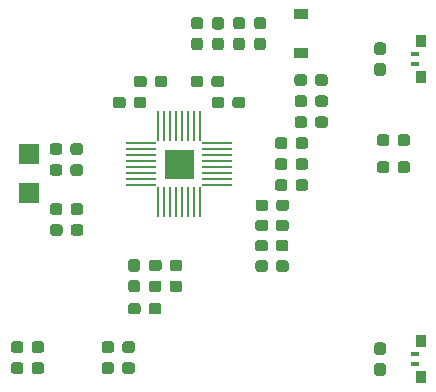
<source format=gbr>
G04 #@! TF.GenerationSoftware,KiCad,Pcbnew,(5.1.5)-2*
G04 #@! TF.CreationDate,2021-03-05T16:55:26-06:00*
G04 #@! TF.ProjectId,WirelessHeadsetPowerBoard,57697265-6c65-4737-9348-656164736574,rev?*
G04 #@! TF.SameCoordinates,Original*
G04 #@! TF.FileFunction,Paste,Top*
G04 #@! TF.FilePolarity,Positive*
%FSLAX46Y46*%
G04 Gerber Fmt 4.6, Leading zero omitted, Abs format (unit mm)*
G04 Created by KiCad (PCBNEW (5.1.5)-2) date 2021-03-05 16:55:26*
%MOMM*%
%LPD*%
G04 APERTURE LIST*
%ADD10C,0.010000*%
%ADD11R,0.260000X2.500000*%
%ADD12R,2.500000X0.260000*%
%ADD13R,1.800000X1.750000*%
%ADD14C,0.100000*%
%ADD15R,0.800000X0.400000*%
%ADD16R,0.900000X1.000000*%
%ADD17R,1.200000X0.900000*%
G04 APERTURE END LIST*
D10*
G36*
X148329000Y-137040000D02*
G01*
X148329000Y-134740000D01*
X150629000Y-134740000D01*
X150629000Y-137040000D01*
X148329000Y-137040000D01*
G37*
X148329000Y-137040000D02*
X148329000Y-134740000D01*
X150629000Y-134740000D01*
X150629000Y-137040000D01*
X148329000Y-137040000D01*
D11*
X147729000Y-132640000D03*
X148229000Y-132640000D03*
X148729000Y-132640000D03*
X149229000Y-132640000D03*
X149729000Y-132640000D03*
X150229000Y-132640000D03*
X150729000Y-132640000D03*
X151229000Y-132640000D03*
D12*
X152729000Y-134140000D03*
X152729000Y-134640000D03*
X152729000Y-135140000D03*
X152729000Y-135640000D03*
X152729000Y-136140000D03*
X152729000Y-136640000D03*
X152729000Y-137140000D03*
X152729000Y-137640000D03*
D11*
X151229000Y-139140000D03*
X150729000Y-139140000D03*
X150229000Y-139140000D03*
X149729000Y-139140000D03*
X149229000Y-139140000D03*
X148729000Y-139140000D03*
X148229000Y-139140000D03*
X147729000Y-139140000D03*
D12*
X146229000Y-134140000D03*
X146229000Y-134640000D03*
X146229000Y-135140000D03*
X146229000Y-135640000D03*
X146229000Y-136140000D03*
X146229000Y-136640000D03*
X146229000Y-137140000D03*
X146229000Y-137640000D03*
D13*
X136779000Y-138314500D03*
X136779000Y-135064500D03*
D14*
G36*
X145521279Y-150910144D02*
G01*
X145544334Y-150913563D01*
X145566943Y-150919227D01*
X145588887Y-150927079D01*
X145609957Y-150937044D01*
X145629948Y-150949026D01*
X145648668Y-150962910D01*
X145665938Y-150978562D01*
X145681590Y-150995832D01*
X145695474Y-151014552D01*
X145707456Y-151034543D01*
X145717421Y-151055613D01*
X145725273Y-151077557D01*
X145730937Y-151100166D01*
X145734356Y-151123221D01*
X145735500Y-151146500D01*
X145735500Y-151621500D01*
X145734356Y-151644779D01*
X145730937Y-151667834D01*
X145725273Y-151690443D01*
X145717421Y-151712387D01*
X145707456Y-151733457D01*
X145695474Y-151753448D01*
X145681590Y-151772168D01*
X145665938Y-151789438D01*
X145648668Y-151805090D01*
X145629948Y-151818974D01*
X145609957Y-151830956D01*
X145588887Y-151840921D01*
X145566943Y-151848773D01*
X145544334Y-151854437D01*
X145521279Y-151857856D01*
X145498000Y-151859000D01*
X144923000Y-151859000D01*
X144899721Y-151857856D01*
X144876666Y-151854437D01*
X144854057Y-151848773D01*
X144832113Y-151840921D01*
X144811043Y-151830956D01*
X144791052Y-151818974D01*
X144772332Y-151805090D01*
X144755062Y-151789438D01*
X144739410Y-151772168D01*
X144725526Y-151753448D01*
X144713544Y-151733457D01*
X144703579Y-151712387D01*
X144695727Y-151690443D01*
X144690063Y-151667834D01*
X144686644Y-151644779D01*
X144685500Y-151621500D01*
X144685500Y-151146500D01*
X144686644Y-151123221D01*
X144690063Y-151100166D01*
X144695727Y-151077557D01*
X144703579Y-151055613D01*
X144713544Y-151034543D01*
X144725526Y-151014552D01*
X144739410Y-150995832D01*
X144755062Y-150978562D01*
X144772332Y-150962910D01*
X144791052Y-150949026D01*
X144811043Y-150937044D01*
X144832113Y-150927079D01*
X144854057Y-150919227D01*
X144876666Y-150913563D01*
X144899721Y-150910144D01*
X144923000Y-150909000D01*
X145498000Y-150909000D01*
X145521279Y-150910144D01*
G37*
G36*
X143771279Y-150910144D02*
G01*
X143794334Y-150913563D01*
X143816943Y-150919227D01*
X143838887Y-150927079D01*
X143859957Y-150937044D01*
X143879948Y-150949026D01*
X143898668Y-150962910D01*
X143915938Y-150978562D01*
X143931590Y-150995832D01*
X143945474Y-151014552D01*
X143957456Y-151034543D01*
X143967421Y-151055613D01*
X143975273Y-151077557D01*
X143980937Y-151100166D01*
X143984356Y-151123221D01*
X143985500Y-151146500D01*
X143985500Y-151621500D01*
X143984356Y-151644779D01*
X143980937Y-151667834D01*
X143975273Y-151690443D01*
X143967421Y-151712387D01*
X143957456Y-151733457D01*
X143945474Y-151753448D01*
X143931590Y-151772168D01*
X143915938Y-151789438D01*
X143898668Y-151805090D01*
X143879948Y-151818974D01*
X143859957Y-151830956D01*
X143838887Y-151840921D01*
X143816943Y-151848773D01*
X143794334Y-151854437D01*
X143771279Y-151857856D01*
X143748000Y-151859000D01*
X143173000Y-151859000D01*
X143149721Y-151857856D01*
X143126666Y-151854437D01*
X143104057Y-151848773D01*
X143082113Y-151840921D01*
X143061043Y-151830956D01*
X143041052Y-151818974D01*
X143022332Y-151805090D01*
X143005062Y-151789438D01*
X142989410Y-151772168D01*
X142975526Y-151753448D01*
X142963544Y-151733457D01*
X142953579Y-151712387D01*
X142945727Y-151690443D01*
X142940063Y-151667834D01*
X142936644Y-151644779D01*
X142935500Y-151621500D01*
X142935500Y-151146500D01*
X142936644Y-151123221D01*
X142940063Y-151100166D01*
X142945727Y-151077557D01*
X142953579Y-151055613D01*
X142963544Y-151034543D01*
X142975526Y-151014552D01*
X142989410Y-150995832D01*
X143005062Y-150978562D01*
X143022332Y-150962910D01*
X143041052Y-150949026D01*
X143061043Y-150937044D01*
X143082113Y-150927079D01*
X143104057Y-150919227D01*
X143126666Y-150913563D01*
X143149721Y-150910144D01*
X143173000Y-150909000D01*
X143748000Y-150909000D01*
X143771279Y-150910144D01*
G37*
G36*
X166757779Y-151001144D02*
G01*
X166780834Y-151004563D01*
X166803443Y-151010227D01*
X166825387Y-151018079D01*
X166846457Y-151028044D01*
X166866448Y-151040026D01*
X166885168Y-151053910D01*
X166902438Y-151069562D01*
X166918090Y-151086832D01*
X166931974Y-151105552D01*
X166943956Y-151125543D01*
X166953921Y-151146613D01*
X166961773Y-151168557D01*
X166967437Y-151191166D01*
X166970856Y-151214221D01*
X166972000Y-151237500D01*
X166972000Y-151812500D01*
X166970856Y-151835779D01*
X166967437Y-151858834D01*
X166961773Y-151881443D01*
X166953921Y-151903387D01*
X166943956Y-151924457D01*
X166931974Y-151944448D01*
X166918090Y-151963168D01*
X166902438Y-151980438D01*
X166885168Y-151996090D01*
X166866448Y-152009974D01*
X166846457Y-152021956D01*
X166825387Y-152031921D01*
X166803443Y-152039773D01*
X166780834Y-152045437D01*
X166757779Y-152048856D01*
X166734500Y-152050000D01*
X166259500Y-152050000D01*
X166236221Y-152048856D01*
X166213166Y-152045437D01*
X166190557Y-152039773D01*
X166168613Y-152031921D01*
X166147543Y-152021956D01*
X166127552Y-152009974D01*
X166108832Y-151996090D01*
X166091562Y-151980438D01*
X166075910Y-151963168D01*
X166062026Y-151944448D01*
X166050044Y-151924457D01*
X166040079Y-151903387D01*
X166032227Y-151881443D01*
X166026563Y-151858834D01*
X166023144Y-151835779D01*
X166022000Y-151812500D01*
X166022000Y-151237500D01*
X166023144Y-151214221D01*
X166026563Y-151191166D01*
X166032227Y-151168557D01*
X166040079Y-151146613D01*
X166050044Y-151125543D01*
X166062026Y-151105552D01*
X166075910Y-151086832D01*
X166091562Y-151069562D01*
X166108832Y-151053910D01*
X166127552Y-151040026D01*
X166147543Y-151028044D01*
X166168613Y-151018079D01*
X166190557Y-151010227D01*
X166213166Y-151004563D01*
X166236221Y-151001144D01*
X166259500Y-151000000D01*
X166734500Y-151000000D01*
X166757779Y-151001144D01*
G37*
G36*
X166757779Y-152751144D02*
G01*
X166780834Y-152754563D01*
X166803443Y-152760227D01*
X166825387Y-152768079D01*
X166846457Y-152778044D01*
X166866448Y-152790026D01*
X166885168Y-152803910D01*
X166902438Y-152819562D01*
X166918090Y-152836832D01*
X166931974Y-152855552D01*
X166943956Y-152875543D01*
X166953921Y-152896613D01*
X166961773Y-152918557D01*
X166967437Y-152941166D01*
X166970856Y-152964221D01*
X166972000Y-152987500D01*
X166972000Y-153562500D01*
X166970856Y-153585779D01*
X166967437Y-153608834D01*
X166961773Y-153631443D01*
X166953921Y-153653387D01*
X166943956Y-153674457D01*
X166931974Y-153694448D01*
X166918090Y-153713168D01*
X166902438Y-153730438D01*
X166885168Y-153746090D01*
X166866448Y-153759974D01*
X166846457Y-153771956D01*
X166825387Y-153781921D01*
X166803443Y-153789773D01*
X166780834Y-153795437D01*
X166757779Y-153798856D01*
X166734500Y-153800000D01*
X166259500Y-153800000D01*
X166236221Y-153798856D01*
X166213166Y-153795437D01*
X166190557Y-153789773D01*
X166168613Y-153781921D01*
X166147543Y-153771956D01*
X166127552Y-153759974D01*
X166108832Y-153746090D01*
X166091562Y-153730438D01*
X166075910Y-153713168D01*
X166062026Y-153694448D01*
X166050044Y-153674457D01*
X166040079Y-153653387D01*
X166032227Y-153631443D01*
X166026563Y-153608834D01*
X166023144Y-153585779D01*
X166022000Y-153562500D01*
X166022000Y-152987500D01*
X166023144Y-152964221D01*
X166026563Y-152941166D01*
X166032227Y-152918557D01*
X166040079Y-152896613D01*
X166050044Y-152875543D01*
X166062026Y-152855552D01*
X166075910Y-152836832D01*
X166091562Y-152819562D01*
X166108832Y-152803910D01*
X166127552Y-152790026D01*
X166147543Y-152778044D01*
X166168613Y-152768079D01*
X166190557Y-152760227D01*
X166213166Y-152754563D01*
X166236221Y-152751144D01*
X166259500Y-152750000D01*
X166734500Y-152750000D01*
X166757779Y-152751144D01*
G37*
G36*
X166757779Y-125601144D02*
G01*
X166780834Y-125604563D01*
X166803443Y-125610227D01*
X166825387Y-125618079D01*
X166846457Y-125628044D01*
X166866448Y-125640026D01*
X166885168Y-125653910D01*
X166902438Y-125669562D01*
X166918090Y-125686832D01*
X166931974Y-125705552D01*
X166943956Y-125725543D01*
X166953921Y-125746613D01*
X166961773Y-125768557D01*
X166967437Y-125791166D01*
X166970856Y-125814221D01*
X166972000Y-125837500D01*
X166972000Y-126412500D01*
X166970856Y-126435779D01*
X166967437Y-126458834D01*
X166961773Y-126481443D01*
X166953921Y-126503387D01*
X166943956Y-126524457D01*
X166931974Y-126544448D01*
X166918090Y-126563168D01*
X166902438Y-126580438D01*
X166885168Y-126596090D01*
X166866448Y-126609974D01*
X166846457Y-126621956D01*
X166825387Y-126631921D01*
X166803443Y-126639773D01*
X166780834Y-126645437D01*
X166757779Y-126648856D01*
X166734500Y-126650000D01*
X166259500Y-126650000D01*
X166236221Y-126648856D01*
X166213166Y-126645437D01*
X166190557Y-126639773D01*
X166168613Y-126631921D01*
X166147543Y-126621956D01*
X166127552Y-126609974D01*
X166108832Y-126596090D01*
X166091562Y-126580438D01*
X166075910Y-126563168D01*
X166062026Y-126544448D01*
X166050044Y-126524457D01*
X166040079Y-126503387D01*
X166032227Y-126481443D01*
X166026563Y-126458834D01*
X166023144Y-126435779D01*
X166022000Y-126412500D01*
X166022000Y-125837500D01*
X166023144Y-125814221D01*
X166026563Y-125791166D01*
X166032227Y-125768557D01*
X166040079Y-125746613D01*
X166050044Y-125725543D01*
X166062026Y-125705552D01*
X166075910Y-125686832D01*
X166091562Y-125669562D01*
X166108832Y-125653910D01*
X166127552Y-125640026D01*
X166147543Y-125628044D01*
X166168613Y-125618079D01*
X166190557Y-125610227D01*
X166213166Y-125604563D01*
X166236221Y-125601144D01*
X166259500Y-125600000D01*
X166734500Y-125600000D01*
X166757779Y-125601144D01*
G37*
G36*
X166757779Y-127351144D02*
G01*
X166780834Y-127354563D01*
X166803443Y-127360227D01*
X166825387Y-127368079D01*
X166846457Y-127378044D01*
X166866448Y-127390026D01*
X166885168Y-127403910D01*
X166902438Y-127419562D01*
X166918090Y-127436832D01*
X166931974Y-127455552D01*
X166943956Y-127475543D01*
X166953921Y-127496613D01*
X166961773Y-127518557D01*
X166967437Y-127541166D01*
X166970856Y-127564221D01*
X166972000Y-127587500D01*
X166972000Y-128162500D01*
X166970856Y-128185779D01*
X166967437Y-128208834D01*
X166961773Y-128231443D01*
X166953921Y-128253387D01*
X166943956Y-128274457D01*
X166931974Y-128294448D01*
X166918090Y-128313168D01*
X166902438Y-128330438D01*
X166885168Y-128346090D01*
X166866448Y-128359974D01*
X166846457Y-128371956D01*
X166825387Y-128381921D01*
X166803443Y-128389773D01*
X166780834Y-128395437D01*
X166757779Y-128398856D01*
X166734500Y-128400000D01*
X166259500Y-128400000D01*
X166236221Y-128398856D01*
X166213166Y-128395437D01*
X166190557Y-128389773D01*
X166168613Y-128381921D01*
X166147543Y-128371956D01*
X166127552Y-128359974D01*
X166108832Y-128346090D01*
X166091562Y-128330438D01*
X166075910Y-128313168D01*
X166062026Y-128294448D01*
X166050044Y-128274457D01*
X166040079Y-128253387D01*
X166032227Y-128231443D01*
X166026563Y-128208834D01*
X166023144Y-128185779D01*
X166022000Y-128162500D01*
X166022000Y-127587500D01*
X166023144Y-127564221D01*
X166026563Y-127541166D01*
X166032227Y-127518557D01*
X166040079Y-127496613D01*
X166050044Y-127475543D01*
X166062026Y-127455552D01*
X166075910Y-127436832D01*
X166091562Y-127419562D01*
X166108832Y-127403910D01*
X166127552Y-127390026D01*
X166147543Y-127378044D01*
X166168613Y-127368079D01*
X166190557Y-127360227D01*
X166213166Y-127354563D01*
X166236221Y-127351144D01*
X166259500Y-127350000D01*
X166734500Y-127350000D01*
X166757779Y-127351144D01*
G37*
G36*
X158538779Y-140623144D02*
G01*
X158561834Y-140626563D01*
X158584443Y-140632227D01*
X158606387Y-140640079D01*
X158627457Y-140650044D01*
X158647448Y-140662026D01*
X158666168Y-140675910D01*
X158683438Y-140691562D01*
X158699090Y-140708832D01*
X158712974Y-140727552D01*
X158724956Y-140747543D01*
X158734921Y-140768613D01*
X158742773Y-140790557D01*
X158748437Y-140813166D01*
X158751856Y-140836221D01*
X158753000Y-140859500D01*
X158753000Y-141334500D01*
X158751856Y-141357779D01*
X158748437Y-141380834D01*
X158742773Y-141403443D01*
X158734921Y-141425387D01*
X158724956Y-141446457D01*
X158712974Y-141466448D01*
X158699090Y-141485168D01*
X158683438Y-141502438D01*
X158666168Y-141518090D01*
X158647448Y-141531974D01*
X158627457Y-141543956D01*
X158606387Y-141553921D01*
X158584443Y-141561773D01*
X158561834Y-141567437D01*
X158538779Y-141570856D01*
X158515500Y-141572000D01*
X157940500Y-141572000D01*
X157917221Y-141570856D01*
X157894166Y-141567437D01*
X157871557Y-141561773D01*
X157849613Y-141553921D01*
X157828543Y-141543956D01*
X157808552Y-141531974D01*
X157789832Y-141518090D01*
X157772562Y-141502438D01*
X157756910Y-141485168D01*
X157743026Y-141466448D01*
X157731044Y-141446457D01*
X157721079Y-141425387D01*
X157713227Y-141403443D01*
X157707563Y-141380834D01*
X157704144Y-141357779D01*
X157703000Y-141334500D01*
X157703000Y-140859500D01*
X157704144Y-140836221D01*
X157707563Y-140813166D01*
X157713227Y-140790557D01*
X157721079Y-140768613D01*
X157731044Y-140747543D01*
X157743026Y-140727552D01*
X157756910Y-140708832D01*
X157772562Y-140691562D01*
X157789832Y-140675910D01*
X157808552Y-140662026D01*
X157828543Y-140650044D01*
X157849613Y-140640079D01*
X157871557Y-140632227D01*
X157894166Y-140626563D01*
X157917221Y-140623144D01*
X157940500Y-140622000D01*
X158515500Y-140622000D01*
X158538779Y-140623144D01*
G37*
G36*
X156788779Y-140623144D02*
G01*
X156811834Y-140626563D01*
X156834443Y-140632227D01*
X156856387Y-140640079D01*
X156877457Y-140650044D01*
X156897448Y-140662026D01*
X156916168Y-140675910D01*
X156933438Y-140691562D01*
X156949090Y-140708832D01*
X156962974Y-140727552D01*
X156974956Y-140747543D01*
X156984921Y-140768613D01*
X156992773Y-140790557D01*
X156998437Y-140813166D01*
X157001856Y-140836221D01*
X157003000Y-140859500D01*
X157003000Y-141334500D01*
X157001856Y-141357779D01*
X156998437Y-141380834D01*
X156992773Y-141403443D01*
X156984921Y-141425387D01*
X156974956Y-141446457D01*
X156962974Y-141466448D01*
X156949090Y-141485168D01*
X156933438Y-141502438D01*
X156916168Y-141518090D01*
X156897448Y-141531974D01*
X156877457Y-141543956D01*
X156856387Y-141553921D01*
X156834443Y-141561773D01*
X156811834Y-141567437D01*
X156788779Y-141570856D01*
X156765500Y-141572000D01*
X156190500Y-141572000D01*
X156167221Y-141570856D01*
X156144166Y-141567437D01*
X156121557Y-141561773D01*
X156099613Y-141553921D01*
X156078543Y-141543956D01*
X156058552Y-141531974D01*
X156039832Y-141518090D01*
X156022562Y-141502438D01*
X156006910Y-141485168D01*
X155993026Y-141466448D01*
X155981044Y-141446457D01*
X155971079Y-141425387D01*
X155963227Y-141403443D01*
X155957563Y-141380834D01*
X155954144Y-141357779D01*
X155953000Y-141334500D01*
X155953000Y-140859500D01*
X155954144Y-140836221D01*
X155957563Y-140813166D01*
X155963227Y-140790557D01*
X155971079Y-140768613D01*
X155981044Y-140747543D01*
X155993026Y-140727552D01*
X156006910Y-140708832D01*
X156022562Y-140691562D01*
X156039832Y-140675910D01*
X156058552Y-140662026D01*
X156078543Y-140650044D01*
X156099613Y-140640079D01*
X156121557Y-140632227D01*
X156144166Y-140626563D01*
X156167221Y-140623144D01*
X156190500Y-140622000D01*
X156765500Y-140622000D01*
X156788779Y-140623144D01*
G37*
G36*
X141139779Y-139226144D02*
G01*
X141162834Y-139229563D01*
X141185443Y-139235227D01*
X141207387Y-139243079D01*
X141228457Y-139253044D01*
X141248448Y-139265026D01*
X141267168Y-139278910D01*
X141284438Y-139294562D01*
X141300090Y-139311832D01*
X141313974Y-139330552D01*
X141325956Y-139350543D01*
X141335921Y-139371613D01*
X141343773Y-139393557D01*
X141349437Y-139416166D01*
X141352856Y-139439221D01*
X141354000Y-139462500D01*
X141354000Y-139937500D01*
X141352856Y-139960779D01*
X141349437Y-139983834D01*
X141343773Y-140006443D01*
X141335921Y-140028387D01*
X141325956Y-140049457D01*
X141313974Y-140069448D01*
X141300090Y-140088168D01*
X141284438Y-140105438D01*
X141267168Y-140121090D01*
X141248448Y-140134974D01*
X141228457Y-140146956D01*
X141207387Y-140156921D01*
X141185443Y-140164773D01*
X141162834Y-140170437D01*
X141139779Y-140173856D01*
X141116500Y-140175000D01*
X140541500Y-140175000D01*
X140518221Y-140173856D01*
X140495166Y-140170437D01*
X140472557Y-140164773D01*
X140450613Y-140156921D01*
X140429543Y-140146956D01*
X140409552Y-140134974D01*
X140390832Y-140121090D01*
X140373562Y-140105438D01*
X140357910Y-140088168D01*
X140344026Y-140069448D01*
X140332044Y-140049457D01*
X140322079Y-140028387D01*
X140314227Y-140006443D01*
X140308563Y-139983834D01*
X140305144Y-139960779D01*
X140304000Y-139937500D01*
X140304000Y-139462500D01*
X140305144Y-139439221D01*
X140308563Y-139416166D01*
X140314227Y-139393557D01*
X140322079Y-139371613D01*
X140332044Y-139350543D01*
X140344026Y-139330552D01*
X140357910Y-139311832D01*
X140373562Y-139294562D01*
X140390832Y-139278910D01*
X140409552Y-139265026D01*
X140429543Y-139253044D01*
X140450613Y-139243079D01*
X140472557Y-139235227D01*
X140495166Y-139229563D01*
X140518221Y-139226144D01*
X140541500Y-139225000D01*
X141116500Y-139225000D01*
X141139779Y-139226144D01*
G37*
G36*
X139389779Y-139226144D02*
G01*
X139412834Y-139229563D01*
X139435443Y-139235227D01*
X139457387Y-139243079D01*
X139478457Y-139253044D01*
X139498448Y-139265026D01*
X139517168Y-139278910D01*
X139534438Y-139294562D01*
X139550090Y-139311832D01*
X139563974Y-139330552D01*
X139575956Y-139350543D01*
X139585921Y-139371613D01*
X139593773Y-139393557D01*
X139599437Y-139416166D01*
X139602856Y-139439221D01*
X139604000Y-139462500D01*
X139604000Y-139937500D01*
X139602856Y-139960779D01*
X139599437Y-139983834D01*
X139593773Y-140006443D01*
X139585921Y-140028387D01*
X139575956Y-140049457D01*
X139563974Y-140069448D01*
X139550090Y-140088168D01*
X139534438Y-140105438D01*
X139517168Y-140121090D01*
X139498448Y-140134974D01*
X139478457Y-140146956D01*
X139457387Y-140156921D01*
X139435443Y-140164773D01*
X139412834Y-140170437D01*
X139389779Y-140173856D01*
X139366500Y-140175000D01*
X138791500Y-140175000D01*
X138768221Y-140173856D01*
X138745166Y-140170437D01*
X138722557Y-140164773D01*
X138700613Y-140156921D01*
X138679543Y-140146956D01*
X138659552Y-140134974D01*
X138640832Y-140121090D01*
X138623562Y-140105438D01*
X138607910Y-140088168D01*
X138594026Y-140069448D01*
X138582044Y-140049457D01*
X138572079Y-140028387D01*
X138564227Y-140006443D01*
X138558563Y-139983834D01*
X138555144Y-139960779D01*
X138554000Y-139937500D01*
X138554000Y-139462500D01*
X138555144Y-139439221D01*
X138558563Y-139416166D01*
X138564227Y-139393557D01*
X138572079Y-139371613D01*
X138582044Y-139350543D01*
X138594026Y-139330552D01*
X138607910Y-139311832D01*
X138623562Y-139294562D01*
X138640832Y-139278910D01*
X138659552Y-139265026D01*
X138679543Y-139253044D01*
X138700613Y-139243079D01*
X138722557Y-139235227D01*
X138745166Y-139229563D01*
X138768221Y-139226144D01*
X138791500Y-139225000D01*
X139366500Y-139225000D01*
X139389779Y-139226144D01*
G37*
G36*
X141153779Y-141004144D02*
G01*
X141176834Y-141007563D01*
X141199443Y-141013227D01*
X141221387Y-141021079D01*
X141242457Y-141031044D01*
X141262448Y-141043026D01*
X141281168Y-141056910D01*
X141298438Y-141072562D01*
X141314090Y-141089832D01*
X141327974Y-141108552D01*
X141339956Y-141128543D01*
X141349921Y-141149613D01*
X141357773Y-141171557D01*
X141363437Y-141194166D01*
X141366856Y-141217221D01*
X141368000Y-141240500D01*
X141368000Y-141715500D01*
X141366856Y-141738779D01*
X141363437Y-141761834D01*
X141357773Y-141784443D01*
X141349921Y-141806387D01*
X141339956Y-141827457D01*
X141327974Y-141847448D01*
X141314090Y-141866168D01*
X141298438Y-141883438D01*
X141281168Y-141899090D01*
X141262448Y-141912974D01*
X141242457Y-141924956D01*
X141221387Y-141934921D01*
X141199443Y-141942773D01*
X141176834Y-141948437D01*
X141153779Y-141951856D01*
X141130500Y-141953000D01*
X140555500Y-141953000D01*
X140532221Y-141951856D01*
X140509166Y-141948437D01*
X140486557Y-141942773D01*
X140464613Y-141934921D01*
X140443543Y-141924956D01*
X140423552Y-141912974D01*
X140404832Y-141899090D01*
X140387562Y-141883438D01*
X140371910Y-141866168D01*
X140358026Y-141847448D01*
X140346044Y-141827457D01*
X140336079Y-141806387D01*
X140328227Y-141784443D01*
X140322563Y-141761834D01*
X140319144Y-141738779D01*
X140318000Y-141715500D01*
X140318000Y-141240500D01*
X140319144Y-141217221D01*
X140322563Y-141194166D01*
X140328227Y-141171557D01*
X140336079Y-141149613D01*
X140346044Y-141128543D01*
X140358026Y-141108552D01*
X140371910Y-141089832D01*
X140387562Y-141072562D01*
X140404832Y-141056910D01*
X140423552Y-141043026D01*
X140443543Y-141031044D01*
X140464613Y-141021079D01*
X140486557Y-141013227D01*
X140509166Y-141007563D01*
X140532221Y-141004144D01*
X140555500Y-141003000D01*
X141130500Y-141003000D01*
X141153779Y-141004144D01*
G37*
G36*
X139403779Y-141004144D02*
G01*
X139426834Y-141007563D01*
X139449443Y-141013227D01*
X139471387Y-141021079D01*
X139492457Y-141031044D01*
X139512448Y-141043026D01*
X139531168Y-141056910D01*
X139548438Y-141072562D01*
X139564090Y-141089832D01*
X139577974Y-141108552D01*
X139589956Y-141128543D01*
X139599921Y-141149613D01*
X139607773Y-141171557D01*
X139613437Y-141194166D01*
X139616856Y-141217221D01*
X139618000Y-141240500D01*
X139618000Y-141715500D01*
X139616856Y-141738779D01*
X139613437Y-141761834D01*
X139607773Y-141784443D01*
X139599921Y-141806387D01*
X139589956Y-141827457D01*
X139577974Y-141847448D01*
X139564090Y-141866168D01*
X139548438Y-141883438D01*
X139531168Y-141899090D01*
X139512448Y-141912974D01*
X139492457Y-141924956D01*
X139471387Y-141934921D01*
X139449443Y-141942773D01*
X139426834Y-141948437D01*
X139403779Y-141951856D01*
X139380500Y-141953000D01*
X138805500Y-141953000D01*
X138782221Y-141951856D01*
X138759166Y-141948437D01*
X138736557Y-141942773D01*
X138714613Y-141934921D01*
X138693543Y-141924956D01*
X138673552Y-141912974D01*
X138654832Y-141899090D01*
X138637562Y-141883438D01*
X138621910Y-141866168D01*
X138608026Y-141847448D01*
X138596044Y-141827457D01*
X138586079Y-141806387D01*
X138578227Y-141784443D01*
X138572563Y-141761834D01*
X138569144Y-141738779D01*
X138568000Y-141715500D01*
X138568000Y-141240500D01*
X138569144Y-141217221D01*
X138572563Y-141194166D01*
X138578227Y-141171557D01*
X138586079Y-141149613D01*
X138596044Y-141128543D01*
X138608026Y-141108552D01*
X138621910Y-141089832D01*
X138637562Y-141072562D01*
X138654832Y-141056910D01*
X138673552Y-141043026D01*
X138693543Y-141031044D01*
X138714613Y-141021079D01*
X138736557Y-141013227D01*
X138759166Y-141007563D01*
X138782221Y-141004144D01*
X138805500Y-141003000D01*
X139380500Y-141003000D01*
X139403779Y-141004144D01*
G37*
G36*
X149535779Y-143988644D02*
G01*
X149558834Y-143992063D01*
X149581443Y-143997727D01*
X149603387Y-144005579D01*
X149624457Y-144015544D01*
X149644448Y-144027526D01*
X149663168Y-144041410D01*
X149680438Y-144057062D01*
X149696090Y-144074332D01*
X149709974Y-144093052D01*
X149721956Y-144113043D01*
X149731921Y-144134113D01*
X149739773Y-144156057D01*
X149745437Y-144178666D01*
X149748856Y-144201721D01*
X149750000Y-144225000D01*
X149750000Y-144700000D01*
X149748856Y-144723279D01*
X149745437Y-144746334D01*
X149739773Y-144768943D01*
X149731921Y-144790887D01*
X149721956Y-144811957D01*
X149709974Y-144831948D01*
X149696090Y-144850668D01*
X149680438Y-144867938D01*
X149663168Y-144883590D01*
X149644448Y-144897474D01*
X149624457Y-144909456D01*
X149603387Y-144919421D01*
X149581443Y-144927273D01*
X149558834Y-144932937D01*
X149535779Y-144936356D01*
X149512500Y-144937500D01*
X148937500Y-144937500D01*
X148914221Y-144936356D01*
X148891166Y-144932937D01*
X148868557Y-144927273D01*
X148846613Y-144919421D01*
X148825543Y-144909456D01*
X148805552Y-144897474D01*
X148786832Y-144883590D01*
X148769562Y-144867938D01*
X148753910Y-144850668D01*
X148740026Y-144831948D01*
X148728044Y-144811957D01*
X148718079Y-144790887D01*
X148710227Y-144768943D01*
X148704563Y-144746334D01*
X148701144Y-144723279D01*
X148700000Y-144700000D01*
X148700000Y-144225000D01*
X148701144Y-144201721D01*
X148704563Y-144178666D01*
X148710227Y-144156057D01*
X148718079Y-144134113D01*
X148728044Y-144113043D01*
X148740026Y-144093052D01*
X148753910Y-144074332D01*
X148769562Y-144057062D01*
X148786832Y-144041410D01*
X148805552Y-144027526D01*
X148825543Y-144015544D01*
X148846613Y-144005579D01*
X148868557Y-143997727D01*
X148891166Y-143992063D01*
X148914221Y-143988644D01*
X148937500Y-143987500D01*
X149512500Y-143987500D01*
X149535779Y-143988644D01*
G37*
G36*
X147785779Y-143988644D02*
G01*
X147808834Y-143992063D01*
X147831443Y-143997727D01*
X147853387Y-144005579D01*
X147874457Y-144015544D01*
X147894448Y-144027526D01*
X147913168Y-144041410D01*
X147930438Y-144057062D01*
X147946090Y-144074332D01*
X147959974Y-144093052D01*
X147971956Y-144113043D01*
X147981921Y-144134113D01*
X147989773Y-144156057D01*
X147995437Y-144178666D01*
X147998856Y-144201721D01*
X148000000Y-144225000D01*
X148000000Y-144700000D01*
X147998856Y-144723279D01*
X147995437Y-144746334D01*
X147989773Y-144768943D01*
X147981921Y-144790887D01*
X147971956Y-144811957D01*
X147959974Y-144831948D01*
X147946090Y-144850668D01*
X147930438Y-144867938D01*
X147913168Y-144883590D01*
X147894448Y-144897474D01*
X147874457Y-144909456D01*
X147853387Y-144919421D01*
X147831443Y-144927273D01*
X147808834Y-144932937D01*
X147785779Y-144936356D01*
X147762500Y-144937500D01*
X147187500Y-144937500D01*
X147164221Y-144936356D01*
X147141166Y-144932937D01*
X147118557Y-144927273D01*
X147096613Y-144919421D01*
X147075543Y-144909456D01*
X147055552Y-144897474D01*
X147036832Y-144883590D01*
X147019562Y-144867938D01*
X147003910Y-144850668D01*
X146990026Y-144831948D01*
X146978044Y-144811957D01*
X146968079Y-144790887D01*
X146960227Y-144768943D01*
X146954563Y-144746334D01*
X146951144Y-144723279D01*
X146950000Y-144700000D01*
X146950000Y-144225000D01*
X146951144Y-144201721D01*
X146954563Y-144178666D01*
X146960227Y-144156057D01*
X146968079Y-144134113D01*
X146978044Y-144113043D01*
X146990026Y-144093052D01*
X147003910Y-144074332D01*
X147019562Y-144057062D01*
X147036832Y-144041410D01*
X147055552Y-144027526D01*
X147075543Y-144015544D01*
X147096613Y-144005579D01*
X147118557Y-143997727D01*
X147141166Y-143992063D01*
X147164221Y-143988644D01*
X147187500Y-143987500D01*
X147762500Y-143987500D01*
X147785779Y-143988644D01*
G37*
G36*
X156788779Y-144052144D02*
G01*
X156811834Y-144055563D01*
X156834443Y-144061227D01*
X156856387Y-144069079D01*
X156877457Y-144079044D01*
X156897448Y-144091026D01*
X156916168Y-144104910D01*
X156933438Y-144120562D01*
X156949090Y-144137832D01*
X156962974Y-144156552D01*
X156974956Y-144176543D01*
X156984921Y-144197613D01*
X156992773Y-144219557D01*
X156998437Y-144242166D01*
X157001856Y-144265221D01*
X157003000Y-144288500D01*
X157003000Y-144763500D01*
X157001856Y-144786779D01*
X156998437Y-144809834D01*
X156992773Y-144832443D01*
X156984921Y-144854387D01*
X156974956Y-144875457D01*
X156962974Y-144895448D01*
X156949090Y-144914168D01*
X156933438Y-144931438D01*
X156916168Y-144947090D01*
X156897448Y-144960974D01*
X156877457Y-144972956D01*
X156856387Y-144982921D01*
X156834443Y-144990773D01*
X156811834Y-144996437D01*
X156788779Y-144999856D01*
X156765500Y-145001000D01*
X156190500Y-145001000D01*
X156167221Y-144999856D01*
X156144166Y-144996437D01*
X156121557Y-144990773D01*
X156099613Y-144982921D01*
X156078543Y-144972956D01*
X156058552Y-144960974D01*
X156039832Y-144947090D01*
X156022562Y-144931438D01*
X156006910Y-144914168D01*
X155993026Y-144895448D01*
X155981044Y-144875457D01*
X155971079Y-144854387D01*
X155963227Y-144832443D01*
X155957563Y-144809834D01*
X155954144Y-144786779D01*
X155953000Y-144763500D01*
X155953000Y-144288500D01*
X155954144Y-144265221D01*
X155957563Y-144242166D01*
X155963227Y-144219557D01*
X155971079Y-144197613D01*
X155981044Y-144176543D01*
X155993026Y-144156552D01*
X156006910Y-144137832D01*
X156022562Y-144120562D01*
X156039832Y-144104910D01*
X156058552Y-144091026D01*
X156078543Y-144079044D01*
X156099613Y-144069079D01*
X156121557Y-144061227D01*
X156144166Y-144055563D01*
X156167221Y-144052144D01*
X156190500Y-144051000D01*
X156765500Y-144051000D01*
X156788779Y-144052144D01*
G37*
G36*
X158538779Y-144052144D02*
G01*
X158561834Y-144055563D01*
X158584443Y-144061227D01*
X158606387Y-144069079D01*
X158627457Y-144079044D01*
X158647448Y-144091026D01*
X158666168Y-144104910D01*
X158683438Y-144120562D01*
X158699090Y-144137832D01*
X158712974Y-144156552D01*
X158724956Y-144176543D01*
X158734921Y-144197613D01*
X158742773Y-144219557D01*
X158748437Y-144242166D01*
X158751856Y-144265221D01*
X158753000Y-144288500D01*
X158753000Y-144763500D01*
X158751856Y-144786779D01*
X158748437Y-144809834D01*
X158742773Y-144832443D01*
X158734921Y-144854387D01*
X158724956Y-144875457D01*
X158712974Y-144895448D01*
X158699090Y-144914168D01*
X158683438Y-144931438D01*
X158666168Y-144947090D01*
X158647448Y-144960974D01*
X158627457Y-144972956D01*
X158606387Y-144982921D01*
X158584443Y-144990773D01*
X158561834Y-144996437D01*
X158538779Y-144999856D01*
X158515500Y-145001000D01*
X157940500Y-145001000D01*
X157917221Y-144999856D01*
X157894166Y-144996437D01*
X157871557Y-144990773D01*
X157849613Y-144982921D01*
X157828543Y-144972956D01*
X157808552Y-144960974D01*
X157789832Y-144947090D01*
X157772562Y-144931438D01*
X157756910Y-144914168D01*
X157743026Y-144895448D01*
X157731044Y-144875457D01*
X157721079Y-144854387D01*
X157713227Y-144832443D01*
X157707563Y-144809834D01*
X157704144Y-144786779D01*
X157703000Y-144763500D01*
X157703000Y-144288500D01*
X157704144Y-144265221D01*
X157707563Y-144242166D01*
X157713227Y-144219557D01*
X157721079Y-144197613D01*
X157731044Y-144176543D01*
X157743026Y-144156552D01*
X157756910Y-144137832D01*
X157772562Y-144120562D01*
X157789832Y-144104910D01*
X157808552Y-144091026D01*
X157828543Y-144079044D01*
X157849613Y-144069079D01*
X157871557Y-144061227D01*
X157894166Y-144055563D01*
X157917221Y-144052144D01*
X157940500Y-144051000D01*
X158515500Y-144051000D01*
X158538779Y-144052144D01*
G37*
G36*
X149521779Y-145766644D02*
G01*
X149544834Y-145770063D01*
X149567443Y-145775727D01*
X149589387Y-145783579D01*
X149610457Y-145793544D01*
X149630448Y-145805526D01*
X149649168Y-145819410D01*
X149666438Y-145835062D01*
X149682090Y-145852332D01*
X149695974Y-145871052D01*
X149707956Y-145891043D01*
X149717921Y-145912113D01*
X149725773Y-145934057D01*
X149731437Y-145956666D01*
X149734856Y-145979721D01*
X149736000Y-146003000D01*
X149736000Y-146478000D01*
X149734856Y-146501279D01*
X149731437Y-146524334D01*
X149725773Y-146546943D01*
X149717921Y-146568887D01*
X149707956Y-146589957D01*
X149695974Y-146609948D01*
X149682090Y-146628668D01*
X149666438Y-146645938D01*
X149649168Y-146661590D01*
X149630448Y-146675474D01*
X149610457Y-146687456D01*
X149589387Y-146697421D01*
X149567443Y-146705273D01*
X149544834Y-146710937D01*
X149521779Y-146714356D01*
X149498500Y-146715500D01*
X148923500Y-146715500D01*
X148900221Y-146714356D01*
X148877166Y-146710937D01*
X148854557Y-146705273D01*
X148832613Y-146697421D01*
X148811543Y-146687456D01*
X148791552Y-146675474D01*
X148772832Y-146661590D01*
X148755562Y-146645938D01*
X148739910Y-146628668D01*
X148726026Y-146609948D01*
X148714044Y-146589957D01*
X148704079Y-146568887D01*
X148696227Y-146546943D01*
X148690563Y-146524334D01*
X148687144Y-146501279D01*
X148686000Y-146478000D01*
X148686000Y-146003000D01*
X148687144Y-145979721D01*
X148690563Y-145956666D01*
X148696227Y-145934057D01*
X148704079Y-145912113D01*
X148714044Y-145891043D01*
X148726026Y-145871052D01*
X148739910Y-145852332D01*
X148755562Y-145835062D01*
X148772832Y-145819410D01*
X148791552Y-145805526D01*
X148811543Y-145793544D01*
X148832613Y-145783579D01*
X148854557Y-145775727D01*
X148877166Y-145770063D01*
X148900221Y-145766644D01*
X148923500Y-145765500D01*
X149498500Y-145765500D01*
X149521779Y-145766644D01*
G37*
G36*
X147771779Y-145766644D02*
G01*
X147794834Y-145770063D01*
X147817443Y-145775727D01*
X147839387Y-145783579D01*
X147860457Y-145793544D01*
X147880448Y-145805526D01*
X147899168Y-145819410D01*
X147916438Y-145835062D01*
X147932090Y-145852332D01*
X147945974Y-145871052D01*
X147957956Y-145891043D01*
X147967921Y-145912113D01*
X147975773Y-145934057D01*
X147981437Y-145956666D01*
X147984856Y-145979721D01*
X147986000Y-146003000D01*
X147986000Y-146478000D01*
X147984856Y-146501279D01*
X147981437Y-146524334D01*
X147975773Y-146546943D01*
X147967921Y-146568887D01*
X147957956Y-146589957D01*
X147945974Y-146609948D01*
X147932090Y-146628668D01*
X147916438Y-146645938D01*
X147899168Y-146661590D01*
X147880448Y-146675474D01*
X147860457Y-146687456D01*
X147839387Y-146697421D01*
X147817443Y-146705273D01*
X147794834Y-146710937D01*
X147771779Y-146714356D01*
X147748500Y-146715500D01*
X147173500Y-146715500D01*
X147150221Y-146714356D01*
X147127166Y-146710937D01*
X147104557Y-146705273D01*
X147082613Y-146697421D01*
X147061543Y-146687456D01*
X147041552Y-146675474D01*
X147022832Y-146661590D01*
X147005562Y-146645938D01*
X146989910Y-146628668D01*
X146976026Y-146609948D01*
X146964044Y-146589957D01*
X146954079Y-146568887D01*
X146946227Y-146546943D01*
X146940563Y-146524334D01*
X146937144Y-146501279D01*
X146936000Y-146478000D01*
X146936000Y-146003000D01*
X146937144Y-145979721D01*
X146940563Y-145956666D01*
X146946227Y-145934057D01*
X146954079Y-145912113D01*
X146964044Y-145891043D01*
X146976026Y-145871052D01*
X146989910Y-145852332D01*
X147005562Y-145835062D01*
X147022832Y-145819410D01*
X147041552Y-145805526D01*
X147061543Y-145793544D01*
X147082613Y-145783579D01*
X147104557Y-145775727D01*
X147127166Y-145770063D01*
X147150221Y-145766644D01*
X147173500Y-145765500D01*
X147748500Y-145765500D01*
X147771779Y-145766644D01*
G37*
G36*
X145929779Y-143952644D02*
G01*
X145952834Y-143956063D01*
X145975443Y-143961727D01*
X145997387Y-143969579D01*
X146018457Y-143979544D01*
X146038448Y-143991526D01*
X146057168Y-144005410D01*
X146074438Y-144021062D01*
X146090090Y-144038332D01*
X146103974Y-144057052D01*
X146115956Y-144077043D01*
X146125921Y-144098113D01*
X146133773Y-144120057D01*
X146139437Y-144142666D01*
X146142856Y-144165721D01*
X146144000Y-144189000D01*
X146144000Y-144764000D01*
X146142856Y-144787279D01*
X146139437Y-144810334D01*
X146133773Y-144832943D01*
X146125921Y-144854887D01*
X146115956Y-144875957D01*
X146103974Y-144895948D01*
X146090090Y-144914668D01*
X146074438Y-144931938D01*
X146057168Y-144947590D01*
X146038448Y-144961474D01*
X146018457Y-144973456D01*
X145997387Y-144983421D01*
X145975443Y-144991273D01*
X145952834Y-144996937D01*
X145929779Y-145000356D01*
X145906500Y-145001500D01*
X145431500Y-145001500D01*
X145408221Y-145000356D01*
X145385166Y-144996937D01*
X145362557Y-144991273D01*
X145340613Y-144983421D01*
X145319543Y-144973456D01*
X145299552Y-144961474D01*
X145280832Y-144947590D01*
X145263562Y-144931938D01*
X145247910Y-144914668D01*
X145234026Y-144895948D01*
X145222044Y-144875957D01*
X145212079Y-144854887D01*
X145204227Y-144832943D01*
X145198563Y-144810334D01*
X145195144Y-144787279D01*
X145194000Y-144764000D01*
X145194000Y-144189000D01*
X145195144Y-144165721D01*
X145198563Y-144142666D01*
X145204227Y-144120057D01*
X145212079Y-144098113D01*
X145222044Y-144077043D01*
X145234026Y-144057052D01*
X145247910Y-144038332D01*
X145263562Y-144021062D01*
X145280832Y-144005410D01*
X145299552Y-143991526D01*
X145319543Y-143979544D01*
X145340613Y-143969579D01*
X145362557Y-143961727D01*
X145385166Y-143956063D01*
X145408221Y-143952644D01*
X145431500Y-143951500D01*
X145906500Y-143951500D01*
X145929779Y-143952644D01*
G37*
G36*
X145929779Y-145702644D02*
G01*
X145952834Y-145706063D01*
X145975443Y-145711727D01*
X145997387Y-145719579D01*
X146018457Y-145729544D01*
X146038448Y-145741526D01*
X146057168Y-145755410D01*
X146074438Y-145771062D01*
X146090090Y-145788332D01*
X146103974Y-145807052D01*
X146115956Y-145827043D01*
X146125921Y-145848113D01*
X146133773Y-145870057D01*
X146139437Y-145892666D01*
X146142856Y-145915721D01*
X146144000Y-145939000D01*
X146144000Y-146514000D01*
X146142856Y-146537279D01*
X146139437Y-146560334D01*
X146133773Y-146582943D01*
X146125921Y-146604887D01*
X146115956Y-146625957D01*
X146103974Y-146645948D01*
X146090090Y-146664668D01*
X146074438Y-146681938D01*
X146057168Y-146697590D01*
X146038448Y-146711474D01*
X146018457Y-146723456D01*
X145997387Y-146733421D01*
X145975443Y-146741273D01*
X145952834Y-146746937D01*
X145929779Y-146750356D01*
X145906500Y-146751500D01*
X145431500Y-146751500D01*
X145408221Y-146750356D01*
X145385166Y-146746937D01*
X145362557Y-146741273D01*
X145340613Y-146733421D01*
X145319543Y-146723456D01*
X145299552Y-146711474D01*
X145280832Y-146697590D01*
X145263562Y-146681938D01*
X145247910Y-146664668D01*
X145234026Y-146645948D01*
X145222044Y-146625957D01*
X145212079Y-146604887D01*
X145204227Y-146582943D01*
X145198563Y-146560334D01*
X145195144Y-146537279D01*
X145194000Y-146514000D01*
X145194000Y-145939000D01*
X145195144Y-145915721D01*
X145198563Y-145892666D01*
X145204227Y-145870057D01*
X145212079Y-145848113D01*
X145222044Y-145827043D01*
X145234026Y-145807052D01*
X145247910Y-145788332D01*
X145263562Y-145771062D01*
X145280832Y-145755410D01*
X145299552Y-145741526D01*
X145319543Y-145729544D01*
X145340613Y-145719579D01*
X145362557Y-145711727D01*
X145385166Y-145706063D01*
X145408221Y-145702644D01*
X145431500Y-145701500D01*
X145906500Y-145701500D01*
X145929779Y-145702644D01*
G37*
G36*
X160189779Y-137194144D02*
G01*
X160212834Y-137197563D01*
X160235443Y-137203227D01*
X160257387Y-137211079D01*
X160278457Y-137221044D01*
X160298448Y-137233026D01*
X160317168Y-137246910D01*
X160334438Y-137262562D01*
X160350090Y-137279832D01*
X160363974Y-137298552D01*
X160375956Y-137318543D01*
X160385921Y-137339613D01*
X160393773Y-137361557D01*
X160399437Y-137384166D01*
X160402856Y-137407221D01*
X160404000Y-137430500D01*
X160404000Y-137905500D01*
X160402856Y-137928779D01*
X160399437Y-137951834D01*
X160393773Y-137974443D01*
X160385921Y-137996387D01*
X160375956Y-138017457D01*
X160363974Y-138037448D01*
X160350090Y-138056168D01*
X160334438Y-138073438D01*
X160317168Y-138089090D01*
X160298448Y-138102974D01*
X160278457Y-138114956D01*
X160257387Y-138124921D01*
X160235443Y-138132773D01*
X160212834Y-138138437D01*
X160189779Y-138141856D01*
X160166500Y-138143000D01*
X159591500Y-138143000D01*
X159568221Y-138141856D01*
X159545166Y-138138437D01*
X159522557Y-138132773D01*
X159500613Y-138124921D01*
X159479543Y-138114956D01*
X159459552Y-138102974D01*
X159440832Y-138089090D01*
X159423562Y-138073438D01*
X159407910Y-138056168D01*
X159394026Y-138037448D01*
X159382044Y-138017457D01*
X159372079Y-137996387D01*
X159364227Y-137974443D01*
X159358563Y-137951834D01*
X159355144Y-137928779D01*
X159354000Y-137905500D01*
X159354000Y-137430500D01*
X159355144Y-137407221D01*
X159358563Y-137384166D01*
X159364227Y-137361557D01*
X159372079Y-137339613D01*
X159382044Y-137318543D01*
X159394026Y-137298552D01*
X159407910Y-137279832D01*
X159423562Y-137262562D01*
X159440832Y-137246910D01*
X159459552Y-137233026D01*
X159479543Y-137221044D01*
X159500613Y-137211079D01*
X159522557Y-137203227D01*
X159545166Y-137197563D01*
X159568221Y-137194144D01*
X159591500Y-137193000D01*
X160166500Y-137193000D01*
X160189779Y-137194144D01*
G37*
G36*
X158439779Y-137194144D02*
G01*
X158462834Y-137197563D01*
X158485443Y-137203227D01*
X158507387Y-137211079D01*
X158528457Y-137221044D01*
X158548448Y-137233026D01*
X158567168Y-137246910D01*
X158584438Y-137262562D01*
X158600090Y-137279832D01*
X158613974Y-137298552D01*
X158625956Y-137318543D01*
X158635921Y-137339613D01*
X158643773Y-137361557D01*
X158649437Y-137384166D01*
X158652856Y-137407221D01*
X158654000Y-137430500D01*
X158654000Y-137905500D01*
X158652856Y-137928779D01*
X158649437Y-137951834D01*
X158643773Y-137974443D01*
X158635921Y-137996387D01*
X158625956Y-138017457D01*
X158613974Y-138037448D01*
X158600090Y-138056168D01*
X158584438Y-138073438D01*
X158567168Y-138089090D01*
X158548448Y-138102974D01*
X158528457Y-138114956D01*
X158507387Y-138124921D01*
X158485443Y-138132773D01*
X158462834Y-138138437D01*
X158439779Y-138141856D01*
X158416500Y-138143000D01*
X157841500Y-138143000D01*
X157818221Y-138141856D01*
X157795166Y-138138437D01*
X157772557Y-138132773D01*
X157750613Y-138124921D01*
X157729543Y-138114956D01*
X157709552Y-138102974D01*
X157690832Y-138089090D01*
X157673562Y-138073438D01*
X157657910Y-138056168D01*
X157644026Y-138037448D01*
X157632044Y-138017457D01*
X157622079Y-137996387D01*
X157614227Y-137974443D01*
X157608563Y-137951834D01*
X157605144Y-137928779D01*
X157604000Y-137905500D01*
X157604000Y-137430500D01*
X157605144Y-137407221D01*
X157608563Y-137384166D01*
X157614227Y-137361557D01*
X157622079Y-137339613D01*
X157632044Y-137318543D01*
X157644026Y-137298552D01*
X157657910Y-137279832D01*
X157673562Y-137262562D01*
X157690832Y-137246910D01*
X157709552Y-137233026D01*
X157729543Y-137221044D01*
X157750613Y-137211079D01*
X157772557Y-137203227D01*
X157795166Y-137197563D01*
X157818221Y-137194144D01*
X157841500Y-137193000D01*
X158416500Y-137193000D01*
X158439779Y-137194144D01*
G37*
G36*
X160104779Y-130082144D02*
G01*
X160127834Y-130085563D01*
X160150443Y-130091227D01*
X160172387Y-130099079D01*
X160193457Y-130109044D01*
X160213448Y-130121026D01*
X160232168Y-130134910D01*
X160249438Y-130150562D01*
X160265090Y-130167832D01*
X160278974Y-130186552D01*
X160290956Y-130206543D01*
X160300921Y-130227613D01*
X160308773Y-130249557D01*
X160314437Y-130272166D01*
X160317856Y-130295221D01*
X160319000Y-130318500D01*
X160319000Y-130793500D01*
X160317856Y-130816779D01*
X160314437Y-130839834D01*
X160308773Y-130862443D01*
X160300921Y-130884387D01*
X160290956Y-130905457D01*
X160278974Y-130925448D01*
X160265090Y-130944168D01*
X160249438Y-130961438D01*
X160232168Y-130977090D01*
X160213448Y-130990974D01*
X160193457Y-131002956D01*
X160172387Y-131012921D01*
X160150443Y-131020773D01*
X160127834Y-131026437D01*
X160104779Y-131029856D01*
X160081500Y-131031000D01*
X159506500Y-131031000D01*
X159483221Y-131029856D01*
X159460166Y-131026437D01*
X159437557Y-131020773D01*
X159415613Y-131012921D01*
X159394543Y-131002956D01*
X159374552Y-130990974D01*
X159355832Y-130977090D01*
X159338562Y-130961438D01*
X159322910Y-130944168D01*
X159309026Y-130925448D01*
X159297044Y-130905457D01*
X159287079Y-130884387D01*
X159279227Y-130862443D01*
X159273563Y-130839834D01*
X159270144Y-130816779D01*
X159269000Y-130793500D01*
X159269000Y-130318500D01*
X159270144Y-130295221D01*
X159273563Y-130272166D01*
X159279227Y-130249557D01*
X159287079Y-130227613D01*
X159297044Y-130206543D01*
X159309026Y-130186552D01*
X159322910Y-130167832D01*
X159338562Y-130150562D01*
X159355832Y-130134910D01*
X159374552Y-130121026D01*
X159394543Y-130109044D01*
X159415613Y-130099079D01*
X159437557Y-130091227D01*
X159460166Y-130085563D01*
X159483221Y-130082144D01*
X159506500Y-130081000D01*
X160081500Y-130081000D01*
X160104779Y-130082144D01*
G37*
G36*
X161854779Y-130082144D02*
G01*
X161877834Y-130085563D01*
X161900443Y-130091227D01*
X161922387Y-130099079D01*
X161943457Y-130109044D01*
X161963448Y-130121026D01*
X161982168Y-130134910D01*
X161999438Y-130150562D01*
X162015090Y-130167832D01*
X162028974Y-130186552D01*
X162040956Y-130206543D01*
X162050921Y-130227613D01*
X162058773Y-130249557D01*
X162064437Y-130272166D01*
X162067856Y-130295221D01*
X162069000Y-130318500D01*
X162069000Y-130793500D01*
X162067856Y-130816779D01*
X162064437Y-130839834D01*
X162058773Y-130862443D01*
X162050921Y-130884387D01*
X162040956Y-130905457D01*
X162028974Y-130925448D01*
X162015090Y-130944168D01*
X161999438Y-130961438D01*
X161982168Y-130977090D01*
X161963448Y-130990974D01*
X161943457Y-131002956D01*
X161922387Y-131012921D01*
X161900443Y-131020773D01*
X161877834Y-131026437D01*
X161854779Y-131029856D01*
X161831500Y-131031000D01*
X161256500Y-131031000D01*
X161233221Y-131029856D01*
X161210166Y-131026437D01*
X161187557Y-131020773D01*
X161165613Y-131012921D01*
X161144543Y-131002956D01*
X161124552Y-130990974D01*
X161105832Y-130977090D01*
X161088562Y-130961438D01*
X161072910Y-130944168D01*
X161059026Y-130925448D01*
X161047044Y-130905457D01*
X161037079Y-130884387D01*
X161029227Y-130862443D01*
X161023563Y-130839834D01*
X161020144Y-130816779D01*
X161019000Y-130793500D01*
X161019000Y-130318500D01*
X161020144Y-130295221D01*
X161023563Y-130272166D01*
X161029227Y-130249557D01*
X161037079Y-130227613D01*
X161047044Y-130206543D01*
X161059026Y-130186552D01*
X161072910Y-130167832D01*
X161088562Y-130150562D01*
X161105832Y-130134910D01*
X161124552Y-130121026D01*
X161144543Y-130109044D01*
X161165613Y-130099079D01*
X161187557Y-130091227D01*
X161210166Y-130085563D01*
X161233221Y-130082144D01*
X161256500Y-130081000D01*
X161831500Y-130081000D01*
X161854779Y-130082144D01*
G37*
G36*
X158439779Y-133638144D02*
G01*
X158462834Y-133641563D01*
X158485443Y-133647227D01*
X158507387Y-133655079D01*
X158528457Y-133665044D01*
X158548448Y-133677026D01*
X158567168Y-133690910D01*
X158584438Y-133706562D01*
X158600090Y-133723832D01*
X158613974Y-133742552D01*
X158625956Y-133762543D01*
X158635921Y-133783613D01*
X158643773Y-133805557D01*
X158649437Y-133828166D01*
X158652856Y-133851221D01*
X158654000Y-133874500D01*
X158654000Y-134349500D01*
X158652856Y-134372779D01*
X158649437Y-134395834D01*
X158643773Y-134418443D01*
X158635921Y-134440387D01*
X158625956Y-134461457D01*
X158613974Y-134481448D01*
X158600090Y-134500168D01*
X158584438Y-134517438D01*
X158567168Y-134533090D01*
X158548448Y-134546974D01*
X158528457Y-134558956D01*
X158507387Y-134568921D01*
X158485443Y-134576773D01*
X158462834Y-134582437D01*
X158439779Y-134585856D01*
X158416500Y-134587000D01*
X157841500Y-134587000D01*
X157818221Y-134585856D01*
X157795166Y-134582437D01*
X157772557Y-134576773D01*
X157750613Y-134568921D01*
X157729543Y-134558956D01*
X157709552Y-134546974D01*
X157690832Y-134533090D01*
X157673562Y-134517438D01*
X157657910Y-134500168D01*
X157644026Y-134481448D01*
X157632044Y-134461457D01*
X157622079Y-134440387D01*
X157614227Y-134418443D01*
X157608563Y-134395834D01*
X157605144Y-134372779D01*
X157604000Y-134349500D01*
X157604000Y-133874500D01*
X157605144Y-133851221D01*
X157608563Y-133828166D01*
X157614227Y-133805557D01*
X157622079Y-133783613D01*
X157632044Y-133762543D01*
X157644026Y-133742552D01*
X157657910Y-133723832D01*
X157673562Y-133706562D01*
X157690832Y-133690910D01*
X157709552Y-133677026D01*
X157729543Y-133665044D01*
X157750613Y-133655079D01*
X157772557Y-133647227D01*
X157795166Y-133641563D01*
X157818221Y-133638144D01*
X157841500Y-133637000D01*
X158416500Y-133637000D01*
X158439779Y-133638144D01*
G37*
G36*
X160189779Y-133638144D02*
G01*
X160212834Y-133641563D01*
X160235443Y-133647227D01*
X160257387Y-133655079D01*
X160278457Y-133665044D01*
X160298448Y-133677026D01*
X160317168Y-133690910D01*
X160334438Y-133706562D01*
X160350090Y-133723832D01*
X160363974Y-133742552D01*
X160375956Y-133762543D01*
X160385921Y-133783613D01*
X160393773Y-133805557D01*
X160399437Y-133828166D01*
X160402856Y-133851221D01*
X160404000Y-133874500D01*
X160404000Y-134349500D01*
X160402856Y-134372779D01*
X160399437Y-134395834D01*
X160393773Y-134418443D01*
X160385921Y-134440387D01*
X160375956Y-134461457D01*
X160363974Y-134481448D01*
X160350090Y-134500168D01*
X160334438Y-134517438D01*
X160317168Y-134533090D01*
X160298448Y-134546974D01*
X160278457Y-134558956D01*
X160257387Y-134568921D01*
X160235443Y-134576773D01*
X160212834Y-134582437D01*
X160189779Y-134585856D01*
X160166500Y-134587000D01*
X159591500Y-134587000D01*
X159568221Y-134585856D01*
X159545166Y-134582437D01*
X159522557Y-134576773D01*
X159500613Y-134568921D01*
X159479543Y-134558956D01*
X159459552Y-134546974D01*
X159440832Y-134533090D01*
X159423562Y-134517438D01*
X159407910Y-134500168D01*
X159394026Y-134481448D01*
X159382044Y-134461457D01*
X159372079Y-134440387D01*
X159364227Y-134418443D01*
X159358563Y-134395834D01*
X159355144Y-134372779D01*
X159354000Y-134349500D01*
X159354000Y-133874500D01*
X159355144Y-133851221D01*
X159358563Y-133828166D01*
X159364227Y-133805557D01*
X159372079Y-133783613D01*
X159382044Y-133762543D01*
X159394026Y-133742552D01*
X159407910Y-133723832D01*
X159423562Y-133706562D01*
X159440832Y-133690910D01*
X159459552Y-133677026D01*
X159479543Y-133665044D01*
X159500613Y-133655079D01*
X159522557Y-133647227D01*
X159545166Y-133641563D01*
X159568221Y-133638144D01*
X159591500Y-133637000D01*
X160166500Y-133637000D01*
X160189779Y-133638144D01*
G37*
G36*
X161854779Y-131860144D02*
G01*
X161877834Y-131863563D01*
X161900443Y-131869227D01*
X161922387Y-131877079D01*
X161943457Y-131887044D01*
X161963448Y-131899026D01*
X161982168Y-131912910D01*
X161999438Y-131928562D01*
X162015090Y-131945832D01*
X162028974Y-131964552D01*
X162040956Y-131984543D01*
X162050921Y-132005613D01*
X162058773Y-132027557D01*
X162064437Y-132050166D01*
X162067856Y-132073221D01*
X162069000Y-132096500D01*
X162069000Y-132571500D01*
X162067856Y-132594779D01*
X162064437Y-132617834D01*
X162058773Y-132640443D01*
X162050921Y-132662387D01*
X162040956Y-132683457D01*
X162028974Y-132703448D01*
X162015090Y-132722168D01*
X161999438Y-132739438D01*
X161982168Y-132755090D01*
X161963448Y-132768974D01*
X161943457Y-132780956D01*
X161922387Y-132790921D01*
X161900443Y-132798773D01*
X161877834Y-132804437D01*
X161854779Y-132807856D01*
X161831500Y-132809000D01*
X161256500Y-132809000D01*
X161233221Y-132807856D01*
X161210166Y-132804437D01*
X161187557Y-132798773D01*
X161165613Y-132790921D01*
X161144543Y-132780956D01*
X161124552Y-132768974D01*
X161105832Y-132755090D01*
X161088562Y-132739438D01*
X161072910Y-132722168D01*
X161059026Y-132703448D01*
X161047044Y-132683457D01*
X161037079Y-132662387D01*
X161029227Y-132640443D01*
X161023563Y-132617834D01*
X161020144Y-132594779D01*
X161019000Y-132571500D01*
X161019000Y-132096500D01*
X161020144Y-132073221D01*
X161023563Y-132050166D01*
X161029227Y-132027557D01*
X161037079Y-132005613D01*
X161047044Y-131984543D01*
X161059026Y-131964552D01*
X161072910Y-131945832D01*
X161088562Y-131928562D01*
X161105832Y-131912910D01*
X161124552Y-131899026D01*
X161144543Y-131887044D01*
X161165613Y-131877079D01*
X161187557Y-131869227D01*
X161210166Y-131863563D01*
X161233221Y-131860144D01*
X161256500Y-131859000D01*
X161831500Y-131859000D01*
X161854779Y-131860144D01*
G37*
G36*
X160104779Y-131860144D02*
G01*
X160127834Y-131863563D01*
X160150443Y-131869227D01*
X160172387Y-131877079D01*
X160193457Y-131887044D01*
X160213448Y-131899026D01*
X160232168Y-131912910D01*
X160249438Y-131928562D01*
X160265090Y-131945832D01*
X160278974Y-131964552D01*
X160290956Y-131984543D01*
X160300921Y-132005613D01*
X160308773Y-132027557D01*
X160314437Y-132050166D01*
X160317856Y-132073221D01*
X160319000Y-132096500D01*
X160319000Y-132571500D01*
X160317856Y-132594779D01*
X160314437Y-132617834D01*
X160308773Y-132640443D01*
X160300921Y-132662387D01*
X160290956Y-132683457D01*
X160278974Y-132703448D01*
X160265090Y-132722168D01*
X160249438Y-132739438D01*
X160232168Y-132755090D01*
X160213448Y-132768974D01*
X160193457Y-132780956D01*
X160172387Y-132790921D01*
X160150443Y-132798773D01*
X160127834Y-132804437D01*
X160104779Y-132807856D01*
X160081500Y-132809000D01*
X159506500Y-132809000D01*
X159483221Y-132807856D01*
X159460166Y-132804437D01*
X159437557Y-132798773D01*
X159415613Y-132790921D01*
X159394543Y-132780956D01*
X159374552Y-132768974D01*
X159355832Y-132755090D01*
X159338562Y-132739438D01*
X159322910Y-132722168D01*
X159309026Y-132703448D01*
X159297044Y-132683457D01*
X159287079Y-132662387D01*
X159279227Y-132640443D01*
X159273563Y-132617834D01*
X159270144Y-132594779D01*
X159269000Y-132571500D01*
X159269000Y-132096500D01*
X159270144Y-132073221D01*
X159273563Y-132050166D01*
X159279227Y-132027557D01*
X159287079Y-132005613D01*
X159297044Y-131984543D01*
X159309026Y-131964552D01*
X159322910Y-131945832D01*
X159338562Y-131928562D01*
X159355832Y-131912910D01*
X159374552Y-131899026D01*
X159394543Y-131887044D01*
X159415613Y-131877079D01*
X159437557Y-131869227D01*
X159460166Y-131863563D01*
X159483221Y-131860144D01*
X159506500Y-131859000D01*
X160081500Y-131859000D01*
X160104779Y-131860144D01*
G37*
G36*
X143757279Y-152688144D02*
G01*
X143780334Y-152691563D01*
X143802943Y-152697227D01*
X143824887Y-152705079D01*
X143845957Y-152715044D01*
X143865948Y-152727026D01*
X143884668Y-152740910D01*
X143901938Y-152756562D01*
X143917590Y-152773832D01*
X143931474Y-152792552D01*
X143943456Y-152812543D01*
X143953421Y-152833613D01*
X143961273Y-152855557D01*
X143966937Y-152878166D01*
X143970356Y-152901221D01*
X143971500Y-152924500D01*
X143971500Y-153399500D01*
X143970356Y-153422779D01*
X143966937Y-153445834D01*
X143961273Y-153468443D01*
X143953421Y-153490387D01*
X143943456Y-153511457D01*
X143931474Y-153531448D01*
X143917590Y-153550168D01*
X143901938Y-153567438D01*
X143884668Y-153583090D01*
X143865948Y-153596974D01*
X143845957Y-153608956D01*
X143824887Y-153618921D01*
X143802943Y-153626773D01*
X143780334Y-153632437D01*
X143757279Y-153635856D01*
X143734000Y-153637000D01*
X143159000Y-153637000D01*
X143135721Y-153635856D01*
X143112666Y-153632437D01*
X143090057Y-153626773D01*
X143068113Y-153618921D01*
X143047043Y-153608956D01*
X143027052Y-153596974D01*
X143008332Y-153583090D01*
X142991062Y-153567438D01*
X142975410Y-153550168D01*
X142961526Y-153531448D01*
X142949544Y-153511457D01*
X142939579Y-153490387D01*
X142931727Y-153468443D01*
X142926063Y-153445834D01*
X142922644Y-153422779D01*
X142921500Y-153399500D01*
X142921500Y-152924500D01*
X142922644Y-152901221D01*
X142926063Y-152878166D01*
X142931727Y-152855557D01*
X142939579Y-152833613D01*
X142949544Y-152812543D01*
X142961526Y-152792552D01*
X142975410Y-152773832D01*
X142991062Y-152756562D01*
X143008332Y-152740910D01*
X143027052Y-152727026D01*
X143047043Y-152715044D01*
X143068113Y-152705079D01*
X143090057Y-152697227D01*
X143112666Y-152691563D01*
X143135721Y-152688144D01*
X143159000Y-152687000D01*
X143734000Y-152687000D01*
X143757279Y-152688144D01*
G37*
G36*
X145507279Y-152688144D02*
G01*
X145530334Y-152691563D01*
X145552943Y-152697227D01*
X145574887Y-152705079D01*
X145595957Y-152715044D01*
X145615948Y-152727026D01*
X145634668Y-152740910D01*
X145651938Y-152756562D01*
X145667590Y-152773832D01*
X145681474Y-152792552D01*
X145693456Y-152812543D01*
X145703421Y-152833613D01*
X145711273Y-152855557D01*
X145716937Y-152878166D01*
X145720356Y-152901221D01*
X145721500Y-152924500D01*
X145721500Y-153399500D01*
X145720356Y-153422779D01*
X145716937Y-153445834D01*
X145711273Y-153468443D01*
X145703421Y-153490387D01*
X145693456Y-153511457D01*
X145681474Y-153531448D01*
X145667590Y-153550168D01*
X145651938Y-153567438D01*
X145634668Y-153583090D01*
X145615948Y-153596974D01*
X145595957Y-153608956D01*
X145574887Y-153618921D01*
X145552943Y-153626773D01*
X145530334Y-153632437D01*
X145507279Y-153635856D01*
X145484000Y-153637000D01*
X144909000Y-153637000D01*
X144885721Y-153635856D01*
X144862666Y-153632437D01*
X144840057Y-153626773D01*
X144818113Y-153618921D01*
X144797043Y-153608956D01*
X144777052Y-153596974D01*
X144758332Y-153583090D01*
X144741062Y-153567438D01*
X144725410Y-153550168D01*
X144711526Y-153531448D01*
X144699544Y-153511457D01*
X144689579Y-153490387D01*
X144681727Y-153468443D01*
X144676063Y-153445834D01*
X144672644Y-153422779D01*
X144671500Y-153399500D01*
X144671500Y-152924500D01*
X144672644Y-152901221D01*
X144676063Y-152878166D01*
X144681727Y-152855557D01*
X144689579Y-152833613D01*
X144699544Y-152812543D01*
X144711526Y-152792552D01*
X144725410Y-152773832D01*
X144741062Y-152756562D01*
X144758332Y-152740910D01*
X144777052Y-152727026D01*
X144797043Y-152715044D01*
X144818113Y-152705079D01*
X144840057Y-152697227D01*
X144862666Y-152691563D01*
X144885721Y-152688144D01*
X144909000Y-152687000D01*
X145484000Y-152687000D01*
X145507279Y-152688144D01*
G37*
G36*
X146515779Y-128431144D02*
G01*
X146538834Y-128434563D01*
X146561443Y-128440227D01*
X146583387Y-128448079D01*
X146604457Y-128458044D01*
X146624448Y-128470026D01*
X146643168Y-128483910D01*
X146660438Y-128499562D01*
X146676090Y-128516832D01*
X146689974Y-128535552D01*
X146701956Y-128555543D01*
X146711921Y-128576613D01*
X146719773Y-128598557D01*
X146725437Y-128621166D01*
X146728856Y-128644221D01*
X146730000Y-128667500D01*
X146730000Y-129142500D01*
X146728856Y-129165779D01*
X146725437Y-129188834D01*
X146719773Y-129211443D01*
X146711921Y-129233387D01*
X146701956Y-129254457D01*
X146689974Y-129274448D01*
X146676090Y-129293168D01*
X146660438Y-129310438D01*
X146643168Y-129326090D01*
X146624448Y-129339974D01*
X146604457Y-129351956D01*
X146583387Y-129361921D01*
X146561443Y-129369773D01*
X146538834Y-129375437D01*
X146515779Y-129378856D01*
X146492500Y-129380000D01*
X145917500Y-129380000D01*
X145894221Y-129378856D01*
X145871166Y-129375437D01*
X145848557Y-129369773D01*
X145826613Y-129361921D01*
X145805543Y-129351956D01*
X145785552Y-129339974D01*
X145766832Y-129326090D01*
X145749562Y-129310438D01*
X145733910Y-129293168D01*
X145720026Y-129274448D01*
X145708044Y-129254457D01*
X145698079Y-129233387D01*
X145690227Y-129211443D01*
X145684563Y-129188834D01*
X145681144Y-129165779D01*
X145680000Y-129142500D01*
X145680000Y-128667500D01*
X145681144Y-128644221D01*
X145684563Y-128621166D01*
X145690227Y-128598557D01*
X145698079Y-128576613D01*
X145708044Y-128555543D01*
X145720026Y-128535552D01*
X145733910Y-128516832D01*
X145749562Y-128499562D01*
X145766832Y-128483910D01*
X145785552Y-128470026D01*
X145805543Y-128458044D01*
X145826613Y-128448079D01*
X145848557Y-128440227D01*
X145871166Y-128434563D01*
X145894221Y-128431144D01*
X145917500Y-128430000D01*
X146492500Y-128430000D01*
X146515779Y-128431144D01*
G37*
G36*
X148265779Y-128431144D02*
G01*
X148288834Y-128434563D01*
X148311443Y-128440227D01*
X148333387Y-128448079D01*
X148354457Y-128458044D01*
X148374448Y-128470026D01*
X148393168Y-128483910D01*
X148410438Y-128499562D01*
X148426090Y-128516832D01*
X148439974Y-128535552D01*
X148451956Y-128555543D01*
X148461921Y-128576613D01*
X148469773Y-128598557D01*
X148475437Y-128621166D01*
X148478856Y-128644221D01*
X148480000Y-128667500D01*
X148480000Y-129142500D01*
X148478856Y-129165779D01*
X148475437Y-129188834D01*
X148469773Y-129211443D01*
X148461921Y-129233387D01*
X148451956Y-129254457D01*
X148439974Y-129274448D01*
X148426090Y-129293168D01*
X148410438Y-129310438D01*
X148393168Y-129326090D01*
X148374448Y-129339974D01*
X148354457Y-129351956D01*
X148333387Y-129361921D01*
X148311443Y-129369773D01*
X148288834Y-129375437D01*
X148265779Y-129378856D01*
X148242500Y-129380000D01*
X147667500Y-129380000D01*
X147644221Y-129378856D01*
X147621166Y-129375437D01*
X147598557Y-129369773D01*
X147576613Y-129361921D01*
X147555543Y-129351956D01*
X147535552Y-129339974D01*
X147516832Y-129326090D01*
X147499562Y-129310438D01*
X147483910Y-129293168D01*
X147470026Y-129274448D01*
X147458044Y-129254457D01*
X147448079Y-129233387D01*
X147440227Y-129211443D01*
X147434563Y-129188834D01*
X147431144Y-129165779D01*
X147430000Y-129142500D01*
X147430000Y-128667500D01*
X147431144Y-128644221D01*
X147434563Y-128621166D01*
X147440227Y-128598557D01*
X147448079Y-128576613D01*
X147458044Y-128555543D01*
X147470026Y-128535552D01*
X147483910Y-128516832D01*
X147499562Y-128499562D01*
X147516832Y-128483910D01*
X147535552Y-128470026D01*
X147555543Y-128458044D01*
X147576613Y-128448079D01*
X147598557Y-128440227D01*
X147621166Y-128434563D01*
X147644221Y-128431144D01*
X147667500Y-128430000D01*
X148242500Y-128430000D01*
X148265779Y-128431144D01*
G37*
G36*
X153063779Y-128431144D02*
G01*
X153086834Y-128434563D01*
X153109443Y-128440227D01*
X153131387Y-128448079D01*
X153152457Y-128458044D01*
X153172448Y-128470026D01*
X153191168Y-128483910D01*
X153208438Y-128499562D01*
X153224090Y-128516832D01*
X153237974Y-128535552D01*
X153249956Y-128555543D01*
X153259921Y-128576613D01*
X153267773Y-128598557D01*
X153273437Y-128621166D01*
X153276856Y-128644221D01*
X153278000Y-128667500D01*
X153278000Y-129142500D01*
X153276856Y-129165779D01*
X153273437Y-129188834D01*
X153267773Y-129211443D01*
X153259921Y-129233387D01*
X153249956Y-129254457D01*
X153237974Y-129274448D01*
X153224090Y-129293168D01*
X153208438Y-129310438D01*
X153191168Y-129326090D01*
X153172448Y-129339974D01*
X153152457Y-129351956D01*
X153131387Y-129361921D01*
X153109443Y-129369773D01*
X153086834Y-129375437D01*
X153063779Y-129378856D01*
X153040500Y-129380000D01*
X152465500Y-129380000D01*
X152442221Y-129378856D01*
X152419166Y-129375437D01*
X152396557Y-129369773D01*
X152374613Y-129361921D01*
X152353543Y-129351956D01*
X152333552Y-129339974D01*
X152314832Y-129326090D01*
X152297562Y-129310438D01*
X152281910Y-129293168D01*
X152268026Y-129274448D01*
X152256044Y-129254457D01*
X152246079Y-129233387D01*
X152238227Y-129211443D01*
X152232563Y-129188834D01*
X152229144Y-129165779D01*
X152228000Y-129142500D01*
X152228000Y-128667500D01*
X152229144Y-128644221D01*
X152232563Y-128621166D01*
X152238227Y-128598557D01*
X152246079Y-128576613D01*
X152256044Y-128555543D01*
X152268026Y-128535552D01*
X152281910Y-128516832D01*
X152297562Y-128499562D01*
X152314832Y-128483910D01*
X152333552Y-128470026D01*
X152353543Y-128458044D01*
X152374613Y-128448079D01*
X152396557Y-128440227D01*
X152419166Y-128434563D01*
X152442221Y-128431144D01*
X152465500Y-128430000D01*
X153040500Y-128430000D01*
X153063779Y-128431144D01*
G37*
G36*
X151313779Y-128431144D02*
G01*
X151336834Y-128434563D01*
X151359443Y-128440227D01*
X151381387Y-128448079D01*
X151402457Y-128458044D01*
X151422448Y-128470026D01*
X151441168Y-128483910D01*
X151458438Y-128499562D01*
X151474090Y-128516832D01*
X151487974Y-128535552D01*
X151499956Y-128555543D01*
X151509921Y-128576613D01*
X151517773Y-128598557D01*
X151523437Y-128621166D01*
X151526856Y-128644221D01*
X151528000Y-128667500D01*
X151528000Y-129142500D01*
X151526856Y-129165779D01*
X151523437Y-129188834D01*
X151517773Y-129211443D01*
X151509921Y-129233387D01*
X151499956Y-129254457D01*
X151487974Y-129274448D01*
X151474090Y-129293168D01*
X151458438Y-129310438D01*
X151441168Y-129326090D01*
X151422448Y-129339974D01*
X151402457Y-129351956D01*
X151381387Y-129361921D01*
X151359443Y-129369773D01*
X151336834Y-129375437D01*
X151313779Y-129378856D01*
X151290500Y-129380000D01*
X150715500Y-129380000D01*
X150692221Y-129378856D01*
X150669166Y-129375437D01*
X150646557Y-129369773D01*
X150624613Y-129361921D01*
X150603543Y-129351956D01*
X150583552Y-129339974D01*
X150564832Y-129326090D01*
X150547562Y-129310438D01*
X150531910Y-129293168D01*
X150518026Y-129274448D01*
X150506044Y-129254457D01*
X150496079Y-129233387D01*
X150488227Y-129211443D01*
X150482563Y-129188834D01*
X150479144Y-129165779D01*
X150478000Y-129142500D01*
X150478000Y-128667500D01*
X150479144Y-128644221D01*
X150482563Y-128621166D01*
X150488227Y-128598557D01*
X150496079Y-128576613D01*
X150506044Y-128555543D01*
X150518026Y-128535552D01*
X150531910Y-128516832D01*
X150547562Y-128499562D01*
X150564832Y-128483910D01*
X150583552Y-128470026D01*
X150603543Y-128458044D01*
X150624613Y-128448079D01*
X150646557Y-128440227D01*
X150669166Y-128434563D01*
X150692221Y-128431144D01*
X150715500Y-128430000D01*
X151290500Y-128430000D01*
X151313779Y-128431144D01*
G37*
D15*
X169476000Y-152800000D03*
X169476000Y-152000000D03*
D16*
X169926000Y-153900000D03*
X169926000Y-150900000D03*
D15*
X169476000Y-127400000D03*
X169476000Y-126600000D03*
D16*
X169926000Y-128500000D03*
X169926000Y-125500000D03*
D17*
X159766000Y-123191000D03*
X159766000Y-126491000D03*
D14*
G36*
X136087779Y-152688144D02*
G01*
X136110834Y-152691563D01*
X136133443Y-152697227D01*
X136155387Y-152705079D01*
X136176457Y-152715044D01*
X136196448Y-152727026D01*
X136215168Y-152740910D01*
X136232438Y-152756562D01*
X136248090Y-152773832D01*
X136261974Y-152792552D01*
X136273956Y-152812543D01*
X136283921Y-152833613D01*
X136291773Y-152855557D01*
X136297437Y-152878166D01*
X136300856Y-152901221D01*
X136302000Y-152924500D01*
X136302000Y-153399500D01*
X136300856Y-153422779D01*
X136297437Y-153445834D01*
X136291773Y-153468443D01*
X136283921Y-153490387D01*
X136273956Y-153511457D01*
X136261974Y-153531448D01*
X136248090Y-153550168D01*
X136232438Y-153567438D01*
X136215168Y-153583090D01*
X136196448Y-153596974D01*
X136176457Y-153608956D01*
X136155387Y-153618921D01*
X136133443Y-153626773D01*
X136110834Y-153632437D01*
X136087779Y-153635856D01*
X136064500Y-153637000D01*
X135489500Y-153637000D01*
X135466221Y-153635856D01*
X135443166Y-153632437D01*
X135420557Y-153626773D01*
X135398613Y-153618921D01*
X135377543Y-153608956D01*
X135357552Y-153596974D01*
X135338832Y-153583090D01*
X135321562Y-153567438D01*
X135305910Y-153550168D01*
X135292026Y-153531448D01*
X135280044Y-153511457D01*
X135270079Y-153490387D01*
X135262227Y-153468443D01*
X135256563Y-153445834D01*
X135253144Y-153422779D01*
X135252000Y-153399500D01*
X135252000Y-152924500D01*
X135253144Y-152901221D01*
X135256563Y-152878166D01*
X135262227Y-152855557D01*
X135270079Y-152833613D01*
X135280044Y-152812543D01*
X135292026Y-152792552D01*
X135305910Y-152773832D01*
X135321562Y-152756562D01*
X135338832Y-152740910D01*
X135357552Y-152727026D01*
X135377543Y-152715044D01*
X135398613Y-152705079D01*
X135420557Y-152697227D01*
X135443166Y-152691563D01*
X135466221Y-152688144D01*
X135489500Y-152687000D01*
X136064500Y-152687000D01*
X136087779Y-152688144D01*
G37*
G36*
X137837779Y-152688144D02*
G01*
X137860834Y-152691563D01*
X137883443Y-152697227D01*
X137905387Y-152705079D01*
X137926457Y-152715044D01*
X137946448Y-152727026D01*
X137965168Y-152740910D01*
X137982438Y-152756562D01*
X137998090Y-152773832D01*
X138011974Y-152792552D01*
X138023956Y-152812543D01*
X138033921Y-152833613D01*
X138041773Y-152855557D01*
X138047437Y-152878166D01*
X138050856Y-152901221D01*
X138052000Y-152924500D01*
X138052000Y-153399500D01*
X138050856Y-153422779D01*
X138047437Y-153445834D01*
X138041773Y-153468443D01*
X138033921Y-153490387D01*
X138023956Y-153511457D01*
X138011974Y-153531448D01*
X137998090Y-153550168D01*
X137982438Y-153567438D01*
X137965168Y-153583090D01*
X137946448Y-153596974D01*
X137926457Y-153608956D01*
X137905387Y-153618921D01*
X137883443Y-153626773D01*
X137860834Y-153632437D01*
X137837779Y-153635856D01*
X137814500Y-153637000D01*
X137239500Y-153637000D01*
X137216221Y-153635856D01*
X137193166Y-153632437D01*
X137170557Y-153626773D01*
X137148613Y-153618921D01*
X137127543Y-153608956D01*
X137107552Y-153596974D01*
X137088832Y-153583090D01*
X137071562Y-153567438D01*
X137055910Y-153550168D01*
X137042026Y-153531448D01*
X137030044Y-153511457D01*
X137020079Y-153490387D01*
X137012227Y-153468443D01*
X137006563Y-153445834D01*
X137003144Y-153422779D01*
X137002000Y-153399500D01*
X137002000Y-152924500D01*
X137003144Y-152901221D01*
X137006563Y-152878166D01*
X137012227Y-152855557D01*
X137020079Y-152833613D01*
X137030044Y-152812543D01*
X137042026Y-152792552D01*
X137055910Y-152773832D01*
X137071562Y-152756562D01*
X137088832Y-152740910D01*
X137107552Y-152727026D01*
X137127543Y-152715044D01*
X137148613Y-152705079D01*
X137170557Y-152697227D01*
X137193166Y-152691563D01*
X137216221Y-152688144D01*
X137239500Y-152687000D01*
X137814500Y-152687000D01*
X137837779Y-152688144D01*
G37*
G36*
X136087779Y-150910144D02*
G01*
X136110834Y-150913563D01*
X136133443Y-150919227D01*
X136155387Y-150927079D01*
X136176457Y-150937044D01*
X136196448Y-150949026D01*
X136215168Y-150962910D01*
X136232438Y-150978562D01*
X136248090Y-150995832D01*
X136261974Y-151014552D01*
X136273956Y-151034543D01*
X136283921Y-151055613D01*
X136291773Y-151077557D01*
X136297437Y-151100166D01*
X136300856Y-151123221D01*
X136302000Y-151146500D01*
X136302000Y-151621500D01*
X136300856Y-151644779D01*
X136297437Y-151667834D01*
X136291773Y-151690443D01*
X136283921Y-151712387D01*
X136273956Y-151733457D01*
X136261974Y-151753448D01*
X136248090Y-151772168D01*
X136232438Y-151789438D01*
X136215168Y-151805090D01*
X136196448Y-151818974D01*
X136176457Y-151830956D01*
X136155387Y-151840921D01*
X136133443Y-151848773D01*
X136110834Y-151854437D01*
X136087779Y-151857856D01*
X136064500Y-151859000D01*
X135489500Y-151859000D01*
X135466221Y-151857856D01*
X135443166Y-151854437D01*
X135420557Y-151848773D01*
X135398613Y-151840921D01*
X135377543Y-151830956D01*
X135357552Y-151818974D01*
X135338832Y-151805090D01*
X135321562Y-151789438D01*
X135305910Y-151772168D01*
X135292026Y-151753448D01*
X135280044Y-151733457D01*
X135270079Y-151712387D01*
X135262227Y-151690443D01*
X135256563Y-151667834D01*
X135253144Y-151644779D01*
X135252000Y-151621500D01*
X135252000Y-151146500D01*
X135253144Y-151123221D01*
X135256563Y-151100166D01*
X135262227Y-151077557D01*
X135270079Y-151055613D01*
X135280044Y-151034543D01*
X135292026Y-151014552D01*
X135305910Y-150995832D01*
X135321562Y-150978562D01*
X135338832Y-150962910D01*
X135357552Y-150949026D01*
X135377543Y-150937044D01*
X135398613Y-150927079D01*
X135420557Y-150919227D01*
X135443166Y-150913563D01*
X135466221Y-150910144D01*
X135489500Y-150909000D01*
X136064500Y-150909000D01*
X136087779Y-150910144D01*
G37*
G36*
X137837779Y-150910144D02*
G01*
X137860834Y-150913563D01*
X137883443Y-150919227D01*
X137905387Y-150927079D01*
X137926457Y-150937044D01*
X137946448Y-150949026D01*
X137965168Y-150962910D01*
X137982438Y-150978562D01*
X137998090Y-150995832D01*
X138011974Y-151014552D01*
X138023956Y-151034543D01*
X138033921Y-151055613D01*
X138041773Y-151077557D01*
X138047437Y-151100166D01*
X138050856Y-151123221D01*
X138052000Y-151146500D01*
X138052000Y-151621500D01*
X138050856Y-151644779D01*
X138047437Y-151667834D01*
X138041773Y-151690443D01*
X138033921Y-151712387D01*
X138023956Y-151733457D01*
X138011974Y-151753448D01*
X137998090Y-151772168D01*
X137982438Y-151789438D01*
X137965168Y-151805090D01*
X137946448Y-151818974D01*
X137926457Y-151830956D01*
X137905387Y-151840921D01*
X137883443Y-151848773D01*
X137860834Y-151854437D01*
X137837779Y-151857856D01*
X137814500Y-151859000D01*
X137239500Y-151859000D01*
X137216221Y-151857856D01*
X137193166Y-151854437D01*
X137170557Y-151848773D01*
X137148613Y-151840921D01*
X137127543Y-151830956D01*
X137107552Y-151818974D01*
X137088832Y-151805090D01*
X137071562Y-151789438D01*
X137055910Y-151772168D01*
X137042026Y-151753448D01*
X137030044Y-151733457D01*
X137020079Y-151712387D01*
X137012227Y-151690443D01*
X137006563Y-151667834D01*
X137003144Y-151644779D01*
X137002000Y-151621500D01*
X137002000Y-151146500D01*
X137003144Y-151123221D01*
X137006563Y-151100166D01*
X137012227Y-151077557D01*
X137020079Y-151055613D01*
X137030044Y-151034543D01*
X137042026Y-151014552D01*
X137055910Y-150995832D01*
X137071562Y-150978562D01*
X137088832Y-150962910D01*
X137107552Y-150949026D01*
X137127543Y-150937044D01*
X137148613Y-150927079D01*
X137170557Y-150919227D01*
X137193166Y-150913563D01*
X137216221Y-150910144D01*
X137239500Y-150909000D01*
X137814500Y-150909000D01*
X137837779Y-150910144D01*
G37*
G36*
X168825779Y-135670144D02*
G01*
X168848834Y-135673563D01*
X168871443Y-135679227D01*
X168893387Y-135687079D01*
X168914457Y-135697044D01*
X168934448Y-135709026D01*
X168953168Y-135722910D01*
X168970438Y-135738562D01*
X168986090Y-135755832D01*
X168999974Y-135774552D01*
X169011956Y-135794543D01*
X169021921Y-135815613D01*
X169029773Y-135837557D01*
X169035437Y-135860166D01*
X169038856Y-135883221D01*
X169040000Y-135906500D01*
X169040000Y-136381500D01*
X169038856Y-136404779D01*
X169035437Y-136427834D01*
X169029773Y-136450443D01*
X169021921Y-136472387D01*
X169011956Y-136493457D01*
X168999974Y-136513448D01*
X168986090Y-136532168D01*
X168970438Y-136549438D01*
X168953168Y-136565090D01*
X168934448Y-136578974D01*
X168914457Y-136590956D01*
X168893387Y-136600921D01*
X168871443Y-136608773D01*
X168848834Y-136614437D01*
X168825779Y-136617856D01*
X168802500Y-136619000D01*
X168227500Y-136619000D01*
X168204221Y-136617856D01*
X168181166Y-136614437D01*
X168158557Y-136608773D01*
X168136613Y-136600921D01*
X168115543Y-136590956D01*
X168095552Y-136578974D01*
X168076832Y-136565090D01*
X168059562Y-136549438D01*
X168043910Y-136532168D01*
X168030026Y-136513448D01*
X168018044Y-136493457D01*
X168008079Y-136472387D01*
X168000227Y-136450443D01*
X167994563Y-136427834D01*
X167991144Y-136404779D01*
X167990000Y-136381500D01*
X167990000Y-135906500D01*
X167991144Y-135883221D01*
X167994563Y-135860166D01*
X168000227Y-135837557D01*
X168008079Y-135815613D01*
X168018044Y-135794543D01*
X168030026Y-135774552D01*
X168043910Y-135755832D01*
X168059562Y-135738562D01*
X168076832Y-135722910D01*
X168095552Y-135709026D01*
X168115543Y-135697044D01*
X168136613Y-135687079D01*
X168158557Y-135679227D01*
X168181166Y-135673563D01*
X168204221Y-135670144D01*
X168227500Y-135669000D01*
X168802500Y-135669000D01*
X168825779Y-135670144D01*
G37*
G36*
X167075779Y-135670144D02*
G01*
X167098834Y-135673563D01*
X167121443Y-135679227D01*
X167143387Y-135687079D01*
X167164457Y-135697044D01*
X167184448Y-135709026D01*
X167203168Y-135722910D01*
X167220438Y-135738562D01*
X167236090Y-135755832D01*
X167249974Y-135774552D01*
X167261956Y-135794543D01*
X167271921Y-135815613D01*
X167279773Y-135837557D01*
X167285437Y-135860166D01*
X167288856Y-135883221D01*
X167290000Y-135906500D01*
X167290000Y-136381500D01*
X167288856Y-136404779D01*
X167285437Y-136427834D01*
X167279773Y-136450443D01*
X167271921Y-136472387D01*
X167261956Y-136493457D01*
X167249974Y-136513448D01*
X167236090Y-136532168D01*
X167220438Y-136549438D01*
X167203168Y-136565090D01*
X167184448Y-136578974D01*
X167164457Y-136590956D01*
X167143387Y-136600921D01*
X167121443Y-136608773D01*
X167098834Y-136614437D01*
X167075779Y-136617856D01*
X167052500Y-136619000D01*
X166477500Y-136619000D01*
X166454221Y-136617856D01*
X166431166Y-136614437D01*
X166408557Y-136608773D01*
X166386613Y-136600921D01*
X166365543Y-136590956D01*
X166345552Y-136578974D01*
X166326832Y-136565090D01*
X166309562Y-136549438D01*
X166293910Y-136532168D01*
X166280026Y-136513448D01*
X166268044Y-136493457D01*
X166258079Y-136472387D01*
X166250227Y-136450443D01*
X166244563Y-136427834D01*
X166241144Y-136404779D01*
X166240000Y-136381500D01*
X166240000Y-135906500D01*
X166241144Y-135883221D01*
X166244563Y-135860166D01*
X166250227Y-135837557D01*
X166258079Y-135815613D01*
X166268044Y-135794543D01*
X166280026Y-135774552D01*
X166293910Y-135755832D01*
X166309562Y-135738562D01*
X166326832Y-135722910D01*
X166345552Y-135709026D01*
X166365543Y-135697044D01*
X166386613Y-135687079D01*
X166408557Y-135679227D01*
X166431166Y-135673563D01*
X166454221Y-135670144D01*
X166477500Y-135669000D01*
X167052500Y-135669000D01*
X167075779Y-135670144D01*
G37*
G36*
X168825779Y-133384144D02*
G01*
X168848834Y-133387563D01*
X168871443Y-133393227D01*
X168893387Y-133401079D01*
X168914457Y-133411044D01*
X168934448Y-133423026D01*
X168953168Y-133436910D01*
X168970438Y-133452562D01*
X168986090Y-133469832D01*
X168999974Y-133488552D01*
X169011956Y-133508543D01*
X169021921Y-133529613D01*
X169029773Y-133551557D01*
X169035437Y-133574166D01*
X169038856Y-133597221D01*
X169040000Y-133620500D01*
X169040000Y-134095500D01*
X169038856Y-134118779D01*
X169035437Y-134141834D01*
X169029773Y-134164443D01*
X169021921Y-134186387D01*
X169011956Y-134207457D01*
X168999974Y-134227448D01*
X168986090Y-134246168D01*
X168970438Y-134263438D01*
X168953168Y-134279090D01*
X168934448Y-134292974D01*
X168914457Y-134304956D01*
X168893387Y-134314921D01*
X168871443Y-134322773D01*
X168848834Y-134328437D01*
X168825779Y-134331856D01*
X168802500Y-134333000D01*
X168227500Y-134333000D01*
X168204221Y-134331856D01*
X168181166Y-134328437D01*
X168158557Y-134322773D01*
X168136613Y-134314921D01*
X168115543Y-134304956D01*
X168095552Y-134292974D01*
X168076832Y-134279090D01*
X168059562Y-134263438D01*
X168043910Y-134246168D01*
X168030026Y-134227448D01*
X168018044Y-134207457D01*
X168008079Y-134186387D01*
X168000227Y-134164443D01*
X167994563Y-134141834D01*
X167991144Y-134118779D01*
X167990000Y-134095500D01*
X167990000Y-133620500D01*
X167991144Y-133597221D01*
X167994563Y-133574166D01*
X168000227Y-133551557D01*
X168008079Y-133529613D01*
X168018044Y-133508543D01*
X168030026Y-133488552D01*
X168043910Y-133469832D01*
X168059562Y-133452562D01*
X168076832Y-133436910D01*
X168095552Y-133423026D01*
X168115543Y-133411044D01*
X168136613Y-133401079D01*
X168158557Y-133393227D01*
X168181166Y-133387563D01*
X168204221Y-133384144D01*
X168227500Y-133383000D01*
X168802500Y-133383000D01*
X168825779Y-133384144D01*
G37*
G36*
X167075779Y-133384144D02*
G01*
X167098834Y-133387563D01*
X167121443Y-133393227D01*
X167143387Y-133401079D01*
X167164457Y-133411044D01*
X167184448Y-133423026D01*
X167203168Y-133436910D01*
X167220438Y-133452562D01*
X167236090Y-133469832D01*
X167249974Y-133488552D01*
X167261956Y-133508543D01*
X167271921Y-133529613D01*
X167279773Y-133551557D01*
X167285437Y-133574166D01*
X167288856Y-133597221D01*
X167290000Y-133620500D01*
X167290000Y-134095500D01*
X167288856Y-134118779D01*
X167285437Y-134141834D01*
X167279773Y-134164443D01*
X167271921Y-134186387D01*
X167261956Y-134207457D01*
X167249974Y-134227448D01*
X167236090Y-134246168D01*
X167220438Y-134263438D01*
X167203168Y-134279090D01*
X167184448Y-134292974D01*
X167164457Y-134304956D01*
X167143387Y-134314921D01*
X167121443Y-134322773D01*
X167098834Y-134328437D01*
X167075779Y-134331856D01*
X167052500Y-134333000D01*
X166477500Y-134333000D01*
X166454221Y-134331856D01*
X166431166Y-134328437D01*
X166408557Y-134322773D01*
X166386613Y-134314921D01*
X166365543Y-134304956D01*
X166345552Y-134292974D01*
X166326832Y-134279090D01*
X166309562Y-134263438D01*
X166293910Y-134246168D01*
X166280026Y-134227448D01*
X166268044Y-134207457D01*
X166258079Y-134186387D01*
X166250227Y-134164443D01*
X166244563Y-134141834D01*
X166241144Y-134118779D01*
X166240000Y-134095500D01*
X166240000Y-133620500D01*
X166241144Y-133597221D01*
X166244563Y-133574166D01*
X166250227Y-133551557D01*
X166258079Y-133529613D01*
X166268044Y-133508543D01*
X166280026Y-133488552D01*
X166293910Y-133469832D01*
X166309562Y-133452562D01*
X166326832Y-133436910D01*
X166345552Y-133423026D01*
X166365543Y-133411044D01*
X166386613Y-133401079D01*
X166408557Y-133393227D01*
X166431166Y-133387563D01*
X166454221Y-133384144D01*
X166477500Y-133383000D01*
X167052500Y-133383000D01*
X167075779Y-133384144D01*
G37*
G36*
X139375779Y-135924144D02*
G01*
X139398834Y-135927563D01*
X139421443Y-135933227D01*
X139443387Y-135941079D01*
X139464457Y-135951044D01*
X139484448Y-135963026D01*
X139503168Y-135976910D01*
X139520438Y-135992562D01*
X139536090Y-136009832D01*
X139549974Y-136028552D01*
X139561956Y-136048543D01*
X139571921Y-136069613D01*
X139579773Y-136091557D01*
X139585437Y-136114166D01*
X139588856Y-136137221D01*
X139590000Y-136160500D01*
X139590000Y-136635500D01*
X139588856Y-136658779D01*
X139585437Y-136681834D01*
X139579773Y-136704443D01*
X139571921Y-136726387D01*
X139561956Y-136747457D01*
X139549974Y-136767448D01*
X139536090Y-136786168D01*
X139520438Y-136803438D01*
X139503168Y-136819090D01*
X139484448Y-136832974D01*
X139464457Y-136844956D01*
X139443387Y-136854921D01*
X139421443Y-136862773D01*
X139398834Y-136868437D01*
X139375779Y-136871856D01*
X139352500Y-136873000D01*
X138777500Y-136873000D01*
X138754221Y-136871856D01*
X138731166Y-136868437D01*
X138708557Y-136862773D01*
X138686613Y-136854921D01*
X138665543Y-136844956D01*
X138645552Y-136832974D01*
X138626832Y-136819090D01*
X138609562Y-136803438D01*
X138593910Y-136786168D01*
X138580026Y-136767448D01*
X138568044Y-136747457D01*
X138558079Y-136726387D01*
X138550227Y-136704443D01*
X138544563Y-136681834D01*
X138541144Y-136658779D01*
X138540000Y-136635500D01*
X138540000Y-136160500D01*
X138541144Y-136137221D01*
X138544563Y-136114166D01*
X138550227Y-136091557D01*
X138558079Y-136069613D01*
X138568044Y-136048543D01*
X138580026Y-136028552D01*
X138593910Y-136009832D01*
X138609562Y-135992562D01*
X138626832Y-135976910D01*
X138645552Y-135963026D01*
X138665543Y-135951044D01*
X138686613Y-135941079D01*
X138708557Y-135933227D01*
X138731166Y-135927563D01*
X138754221Y-135924144D01*
X138777500Y-135923000D01*
X139352500Y-135923000D01*
X139375779Y-135924144D01*
G37*
G36*
X141125779Y-135924144D02*
G01*
X141148834Y-135927563D01*
X141171443Y-135933227D01*
X141193387Y-135941079D01*
X141214457Y-135951044D01*
X141234448Y-135963026D01*
X141253168Y-135976910D01*
X141270438Y-135992562D01*
X141286090Y-136009832D01*
X141299974Y-136028552D01*
X141311956Y-136048543D01*
X141321921Y-136069613D01*
X141329773Y-136091557D01*
X141335437Y-136114166D01*
X141338856Y-136137221D01*
X141340000Y-136160500D01*
X141340000Y-136635500D01*
X141338856Y-136658779D01*
X141335437Y-136681834D01*
X141329773Y-136704443D01*
X141321921Y-136726387D01*
X141311956Y-136747457D01*
X141299974Y-136767448D01*
X141286090Y-136786168D01*
X141270438Y-136803438D01*
X141253168Y-136819090D01*
X141234448Y-136832974D01*
X141214457Y-136844956D01*
X141193387Y-136854921D01*
X141171443Y-136862773D01*
X141148834Y-136868437D01*
X141125779Y-136871856D01*
X141102500Y-136873000D01*
X140527500Y-136873000D01*
X140504221Y-136871856D01*
X140481166Y-136868437D01*
X140458557Y-136862773D01*
X140436613Y-136854921D01*
X140415543Y-136844956D01*
X140395552Y-136832974D01*
X140376832Y-136819090D01*
X140359562Y-136803438D01*
X140343910Y-136786168D01*
X140330026Y-136767448D01*
X140318044Y-136747457D01*
X140308079Y-136726387D01*
X140300227Y-136704443D01*
X140294563Y-136681834D01*
X140291144Y-136658779D01*
X140290000Y-136635500D01*
X140290000Y-136160500D01*
X140291144Y-136137221D01*
X140294563Y-136114166D01*
X140300227Y-136091557D01*
X140308079Y-136069613D01*
X140318044Y-136048543D01*
X140330026Y-136028552D01*
X140343910Y-136009832D01*
X140359562Y-135992562D01*
X140376832Y-135976910D01*
X140395552Y-135963026D01*
X140415543Y-135951044D01*
X140436613Y-135941079D01*
X140458557Y-135933227D01*
X140481166Y-135927563D01*
X140504221Y-135924144D01*
X140527500Y-135923000D01*
X141102500Y-135923000D01*
X141125779Y-135924144D01*
G37*
G36*
X139375779Y-134146144D02*
G01*
X139398834Y-134149563D01*
X139421443Y-134155227D01*
X139443387Y-134163079D01*
X139464457Y-134173044D01*
X139484448Y-134185026D01*
X139503168Y-134198910D01*
X139520438Y-134214562D01*
X139536090Y-134231832D01*
X139549974Y-134250552D01*
X139561956Y-134270543D01*
X139571921Y-134291613D01*
X139579773Y-134313557D01*
X139585437Y-134336166D01*
X139588856Y-134359221D01*
X139590000Y-134382500D01*
X139590000Y-134857500D01*
X139588856Y-134880779D01*
X139585437Y-134903834D01*
X139579773Y-134926443D01*
X139571921Y-134948387D01*
X139561956Y-134969457D01*
X139549974Y-134989448D01*
X139536090Y-135008168D01*
X139520438Y-135025438D01*
X139503168Y-135041090D01*
X139484448Y-135054974D01*
X139464457Y-135066956D01*
X139443387Y-135076921D01*
X139421443Y-135084773D01*
X139398834Y-135090437D01*
X139375779Y-135093856D01*
X139352500Y-135095000D01*
X138777500Y-135095000D01*
X138754221Y-135093856D01*
X138731166Y-135090437D01*
X138708557Y-135084773D01*
X138686613Y-135076921D01*
X138665543Y-135066956D01*
X138645552Y-135054974D01*
X138626832Y-135041090D01*
X138609562Y-135025438D01*
X138593910Y-135008168D01*
X138580026Y-134989448D01*
X138568044Y-134969457D01*
X138558079Y-134948387D01*
X138550227Y-134926443D01*
X138544563Y-134903834D01*
X138541144Y-134880779D01*
X138540000Y-134857500D01*
X138540000Y-134382500D01*
X138541144Y-134359221D01*
X138544563Y-134336166D01*
X138550227Y-134313557D01*
X138558079Y-134291613D01*
X138568044Y-134270543D01*
X138580026Y-134250552D01*
X138593910Y-134231832D01*
X138609562Y-134214562D01*
X138626832Y-134198910D01*
X138645552Y-134185026D01*
X138665543Y-134173044D01*
X138686613Y-134163079D01*
X138708557Y-134155227D01*
X138731166Y-134149563D01*
X138754221Y-134146144D01*
X138777500Y-134145000D01*
X139352500Y-134145000D01*
X139375779Y-134146144D01*
G37*
G36*
X141125779Y-134146144D02*
G01*
X141148834Y-134149563D01*
X141171443Y-134155227D01*
X141193387Y-134163079D01*
X141214457Y-134173044D01*
X141234448Y-134185026D01*
X141253168Y-134198910D01*
X141270438Y-134214562D01*
X141286090Y-134231832D01*
X141299974Y-134250552D01*
X141311956Y-134270543D01*
X141321921Y-134291613D01*
X141329773Y-134313557D01*
X141335437Y-134336166D01*
X141338856Y-134359221D01*
X141340000Y-134382500D01*
X141340000Y-134857500D01*
X141338856Y-134880779D01*
X141335437Y-134903834D01*
X141329773Y-134926443D01*
X141321921Y-134948387D01*
X141311956Y-134969457D01*
X141299974Y-134989448D01*
X141286090Y-135008168D01*
X141270438Y-135025438D01*
X141253168Y-135041090D01*
X141234448Y-135054974D01*
X141214457Y-135066956D01*
X141193387Y-135076921D01*
X141171443Y-135084773D01*
X141148834Y-135090437D01*
X141125779Y-135093856D01*
X141102500Y-135095000D01*
X140527500Y-135095000D01*
X140504221Y-135093856D01*
X140481166Y-135090437D01*
X140458557Y-135084773D01*
X140436613Y-135076921D01*
X140415543Y-135066956D01*
X140395552Y-135054974D01*
X140376832Y-135041090D01*
X140359562Y-135025438D01*
X140343910Y-135008168D01*
X140330026Y-134989448D01*
X140318044Y-134969457D01*
X140308079Y-134948387D01*
X140300227Y-134926443D01*
X140294563Y-134903834D01*
X140291144Y-134880779D01*
X140290000Y-134857500D01*
X140290000Y-134382500D01*
X140291144Y-134359221D01*
X140294563Y-134336166D01*
X140300227Y-134313557D01*
X140308079Y-134291613D01*
X140318044Y-134270543D01*
X140330026Y-134250552D01*
X140343910Y-134231832D01*
X140359562Y-134214562D01*
X140376832Y-134198910D01*
X140395552Y-134185026D01*
X140415543Y-134173044D01*
X140436613Y-134163079D01*
X140458557Y-134155227D01*
X140481166Y-134149563D01*
X140504221Y-134146144D01*
X140527500Y-134145000D01*
X141102500Y-134145000D01*
X141125779Y-134146144D01*
G37*
G36*
X160189779Y-135416144D02*
G01*
X160212834Y-135419563D01*
X160235443Y-135425227D01*
X160257387Y-135433079D01*
X160278457Y-135443044D01*
X160298448Y-135455026D01*
X160317168Y-135468910D01*
X160334438Y-135484562D01*
X160350090Y-135501832D01*
X160363974Y-135520552D01*
X160375956Y-135540543D01*
X160385921Y-135561613D01*
X160393773Y-135583557D01*
X160399437Y-135606166D01*
X160402856Y-135629221D01*
X160404000Y-135652500D01*
X160404000Y-136127500D01*
X160402856Y-136150779D01*
X160399437Y-136173834D01*
X160393773Y-136196443D01*
X160385921Y-136218387D01*
X160375956Y-136239457D01*
X160363974Y-136259448D01*
X160350090Y-136278168D01*
X160334438Y-136295438D01*
X160317168Y-136311090D01*
X160298448Y-136324974D01*
X160278457Y-136336956D01*
X160257387Y-136346921D01*
X160235443Y-136354773D01*
X160212834Y-136360437D01*
X160189779Y-136363856D01*
X160166500Y-136365000D01*
X159591500Y-136365000D01*
X159568221Y-136363856D01*
X159545166Y-136360437D01*
X159522557Y-136354773D01*
X159500613Y-136346921D01*
X159479543Y-136336956D01*
X159459552Y-136324974D01*
X159440832Y-136311090D01*
X159423562Y-136295438D01*
X159407910Y-136278168D01*
X159394026Y-136259448D01*
X159382044Y-136239457D01*
X159372079Y-136218387D01*
X159364227Y-136196443D01*
X159358563Y-136173834D01*
X159355144Y-136150779D01*
X159354000Y-136127500D01*
X159354000Y-135652500D01*
X159355144Y-135629221D01*
X159358563Y-135606166D01*
X159364227Y-135583557D01*
X159372079Y-135561613D01*
X159382044Y-135540543D01*
X159394026Y-135520552D01*
X159407910Y-135501832D01*
X159423562Y-135484562D01*
X159440832Y-135468910D01*
X159459552Y-135455026D01*
X159479543Y-135443044D01*
X159500613Y-135433079D01*
X159522557Y-135425227D01*
X159545166Y-135419563D01*
X159568221Y-135416144D01*
X159591500Y-135415000D01*
X160166500Y-135415000D01*
X160189779Y-135416144D01*
G37*
G36*
X158439779Y-135416144D02*
G01*
X158462834Y-135419563D01*
X158485443Y-135425227D01*
X158507387Y-135433079D01*
X158528457Y-135443044D01*
X158548448Y-135455026D01*
X158567168Y-135468910D01*
X158584438Y-135484562D01*
X158600090Y-135501832D01*
X158613974Y-135520552D01*
X158625956Y-135540543D01*
X158635921Y-135561613D01*
X158643773Y-135583557D01*
X158649437Y-135606166D01*
X158652856Y-135629221D01*
X158654000Y-135652500D01*
X158654000Y-136127500D01*
X158652856Y-136150779D01*
X158649437Y-136173834D01*
X158643773Y-136196443D01*
X158635921Y-136218387D01*
X158625956Y-136239457D01*
X158613974Y-136259448D01*
X158600090Y-136278168D01*
X158584438Y-136295438D01*
X158567168Y-136311090D01*
X158548448Y-136324974D01*
X158528457Y-136336956D01*
X158507387Y-136346921D01*
X158485443Y-136354773D01*
X158462834Y-136360437D01*
X158439779Y-136363856D01*
X158416500Y-136365000D01*
X157841500Y-136365000D01*
X157818221Y-136363856D01*
X157795166Y-136360437D01*
X157772557Y-136354773D01*
X157750613Y-136346921D01*
X157729543Y-136336956D01*
X157709552Y-136324974D01*
X157690832Y-136311090D01*
X157673562Y-136295438D01*
X157657910Y-136278168D01*
X157644026Y-136259448D01*
X157632044Y-136239457D01*
X157622079Y-136218387D01*
X157614227Y-136196443D01*
X157608563Y-136173834D01*
X157605144Y-136150779D01*
X157604000Y-136127500D01*
X157604000Y-135652500D01*
X157605144Y-135629221D01*
X157608563Y-135606166D01*
X157614227Y-135583557D01*
X157622079Y-135561613D01*
X157632044Y-135540543D01*
X157644026Y-135520552D01*
X157657910Y-135501832D01*
X157673562Y-135484562D01*
X157690832Y-135468910D01*
X157709552Y-135455026D01*
X157729543Y-135443044D01*
X157750613Y-135433079D01*
X157772557Y-135425227D01*
X157795166Y-135419563D01*
X157818221Y-135416144D01*
X157841500Y-135415000D01*
X158416500Y-135415000D01*
X158439779Y-135416144D01*
G37*
G36*
X158524779Y-142337644D02*
G01*
X158547834Y-142341063D01*
X158570443Y-142346727D01*
X158592387Y-142354579D01*
X158613457Y-142364544D01*
X158633448Y-142376526D01*
X158652168Y-142390410D01*
X158669438Y-142406062D01*
X158685090Y-142423332D01*
X158698974Y-142442052D01*
X158710956Y-142462043D01*
X158720921Y-142483113D01*
X158728773Y-142505057D01*
X158734437Y-142527666D01*
X158737856Y-142550721D01*
X158739000Y-142574000D01*
X158739000Y-143049000D01*
X158737856Y-143072279D01*
X158734437Y-143095334D01*
X158728773Y-143117943D01*
X158720921Y-143139887D01*
X158710956Y-143160957D01*
X158698974Y-143180948D01*
X158685090Y-143199668D01*
X158669438Y-143216938D01*
X158652168Y-143232590D01*
X158633448Y-143246474D01*
X158613457Y-143258456D01*
X158592387Y-143268421D01*
X158570443Y-143276273D01*
X158547834Y-143281937D01*
X158524779Y-143285356D01*
X158501500Y-143286500D01*
X157926500Y-143286500D01*
X157903221Y-143285356D01*
X157880166Y-143281937D01*
X157857557Y-143276273D01*
X157835613Y-143268421D01*
X157814543Y-143258456D01*
X157794552Y-143246474D01*
X157775832Y-143232590D01*
X157758562Y-143216938D01*
X157742910Y-143199668D01*
X157729026Y-143180948D01*
X157717044Y-143160957D01*
X157707079Y-143139887D01*
X157699227Y-143117943D01*
X157693563Y-143095334D01*
X157690144Y-143072279D01*
X157689000Y-143049000D01*
X157689000Y-142574000D01*
X157690144Y-142550721D01*
X157693563Y-142527666D01*
X157699227Y-142505057D01*
X157707079Y-142483113D01*
X157717044Y-142462043D01*
X157729026Y-142442052D01*
X157742910Y-142423332D01*
X157758562Y-142406062D01*
X157775832Y-142390410D01*
X157794552Y-142376526D01*
X157814543Y-142364544D01*
X157835613Y-142354579D01*
X157857557Y-142346727D01*
X157880166Y-142341063D01*
X157903221Y-142337644D01*
X157926500Y-142336500D01*
X158501500Y-142336500D01*
X158524779Y-142337644D01*
G37*
G36*
X156774779Y-142337644D02*
G01*
X156797834Y-142341063D01*
X156820443Y-142346727D01*
X156842387Y-142354579D01*
X156863457Y-142364544D01*
X156883448Y-142376526D01*
X156902168Y-142390410D01*
X156919438Y-142406062D01*
X156935090Y-142423332D01*
X156948974Y-142442052D01*
X156960956Y-142462043D01*
X156970921Y-142483113D01*
X156978773Y-142505057D01*
X156984437Y-142527666D01*
X156987856Y-142550721D01*
X156989000Y-142574000D01*
X156989000Y-143049000D01*
X156987856Y-143072279D01*
X156984437Y-143095334D01*
X156978773Y-143117943D01*
X156970921Y-143139887D01*
X156960956Y-143160957D01*
X156948974Y-143180948D01*
X156935090Y-143199668D01*
X156919438Y-143216938D01*
X156902168Y-143232590D01*
X156883448Y-143246474D01*
X156863457Y-143258456D01*
X156842387Y-143268421D01*
X156820443Y-143276273D01*
X156797834Y-143281937D01*
X156774779Y-143285356D01*
X156751500Y-143286500D01*
X156176500Y-143286500D01*
X156153221Y-143285356D01*
X156130166Y-143281937D01*
X156107557Y-143276273D01*
X156085613Y-143268421D01*
X156064543Y-143258456D01*
X156044552Y-143246474D01*
X156025832Y-143232590D01*
X156008562Y-143216938D01*
X155992910Y-143199668D01*
X155979026Y-143180948D01*
X155967044Y-143160957D01*
X155957079Y-143139887D01*
X155949227Y-143117943D01*
X155943563Y-143095334D01*
X155940144Y-143072279D01*
X155939000Y-143049000D01*
X155939000Y-142574000D01*
X155940144Y-142550721D01*
X155943563Y-142527666D01*
X155949227Y-142505057D01*
X155957079Y-142483113D01*
X155967044Y-142462043D01*
X155979026Y-142442052D01*
X155992910Y-142423332D01*
X156008562Y-142406062D01*
X156025832Y-142390410D01*
X156044552Y-142376526D01*
X156064543Y-142364544D01*
X156085613Y-142354579D01*
X156107557Y-142346727D01*
X156130166Y-142341063D01*
X156153221Y-142337644D01*
X156176500Y-142336500D01*
X156751500Y-142336500D01*
X156774779Y-142337644D01*
G37*
G36*
X158552779Y-138908644D02*
G01*
X158575834Y-138912063D01*
X158598443Y-138917727D01*
X158620387Y-138925579D01*
X158641457Y-138935544D01*
X158661448Y-138947526D01*
X158680168Y-138961410D01*
X158697438Y-138977062D01*
X158713090Y-138994332D01*
X158726974Y-139013052D01*
X158738956Y-139033043D01*
X158748921Y-139054113D01*
X158756773Y-139076057D01*
X158762437Y-139098666D01*
X158765856Y-139121721D01*
X158767000Y-139145000D01*
X158767000Y-139620000D01*
X158765856Y-139643279D01*
X158762437Y-139666334D01*
X158756773Y-139688943D01*
X158748921Y-139710887D01*
X158738956Y-139731957D01*
X158726974Y-139751948D01*
X158713090Y-139770668D01*
X158697438Y-139787938D01*
X158680168Y-139803590D01*
X158661448Y-139817474D01*
X158641457Y-139829456D01*
X158620387Y-139839421D01*
X158598443Y-139847273D01*
X158575834Y-139852937D01*
X158552779Y-139856356D01*
X158529500Y-139857500D01*
X157954500Y-139857500D01*
X157931221Y-139856356D01*
X157908166Y-139852937D01*
X157885557Y-139847273D01*
X157863613Y-139839421D01*
X157842543Y-139829456D01*
X157822552Y-139817474D01*
X157803832Y-139803590D01*
X157786562Y-139787938D01*
X157770910Y-139770668D01*
X157757026Y-139751948D01*
X157745044Y-139731957D01*
X157735079Y-139710887D01*
X157727227Y-139688943D01*
X157721563Y-139666334D01*
X157718144Y-139643279D01*
X157717000Y-139620000D01*
X157717000Y-139145000D01*
X157718144Y-139121721D01*
X157721563Y-139098666D01*
X157727227Y-139076057D01*
X157735079Y-139054113D01*
X157745044Y-139033043D01*
X157757026Y-139013052D01*
X157770910Y-138994332D01*
X157786562Y-138977062D01*
X157803832Y-138961410D01*
X157822552Y-138947526D01*
X157842543Y-138935544D01*
X157863613Y-138925579D01*
X157885557Y-138917727D01*
X157908166Y-138912063D01*
X157931221Y-138908644D01*
X157954500Y-138907500D01*
X158529500Y-138907500D01*
X158552779Y-138908644D01*
G37*
G36*
X156802779Y-138908644D02*
G01*
X156825834Y-138912063D01*
X156848443Y-138917727D01*
X156870387Y-138925579D01*
X156891457Y-138935544D01*
X156911448Y-138947526D01*
X156930168Y-138961410D01*
X156947438Y-138977062D01*
X156963090Y-138994332D01*
X156976974Y-139013052D01*
X156988956Y-139033043D01*
X156998921Y-139054113D01*
X157006773Y-139076057D01*
X157012437Y-139098666D01*
X157015856Y-139121721D01*
X157017000Y-139145000D01*
X157017000Y-139620000D01*
X157015856Y-139643279D01*
X157012437Y-139666334D01*
X157006773Y-139688943D01*
X156998921Y-139710887D01*
X156988956Y-139731957D01*
X156976974Y-139751948D01*
X156963090Y-139770668D01*
X156947438Y-139787938D01*
X156930168Y-139803590D01*
X156911448Y-139817474D01*
X156891457Y-139829456D01*
X156870387Y-139839421D01*
X156848443Y-139847273D01*
X156825834Y-139852937D01*
X156802779Y-139856356D01*
X156779500Y-139857500D01*
X156204500Y-139857500D01*
X156181221Y-139856356D01*
X156158166Y-139852937D01*
X156135557Y-139847273D01*
X156113613Y-139839421D01*
X156092543Y-139829456D01*
X156072552Y-139817474D01*
X156053832Y-139803590D01*
X156036562Y-139787938D01*
X156020910Y-139770668D01*
X156007026Y-139751948D01*
X155995044Y-139731957D01*
X155985079Y-139710887D01*
X155977227Y-139688943D01*
X155971563Y-139666334D01*
X155968144Y-139643279D01*
X155967000Y-139620000D01*
X155967000Y-139145000D01*
X155968144Y-139121721D01*
X155971563Y-139098666D01*
X155977227Y-139076057D01*
X155985079Y-139054113D01*
X155995044Y-139033043D01*
X156007026Y-139013052D01*
X156020910Y-138994332D01*
X156036562Y-138977062D01*
X156053832Y-138961410D01*
X156072552Y-138947526D01*
X156092543Y-138935544D01*
X156113613Y-138925579D01*
X156135557Y-138917727D01*
X156158166Y-138912063D01*
X156181221Y-138908644D01*
X156204500Y-138907500D01*
X156779500Y-138907500D01*
X156802779Y-138908644D01*
G37*
G36*
X146007779Y-147671644D02*
G01*
X146030834Y-147675063D01*
X146053443Y-147680727D01*
X146075387Y-147688579D01*
X146096457Y-147698544D01*
X146116448Y-147710526D01*
X146135168Y-147724410D01*
X146152438Y-147740062D01*
X146168090Y-147757332D01*
X146181974Y-147776052D01*
X146193956Y-147796043D01*
X146203921Y-147817113D01*
X146211773Y-147839057D01*
X146217437Y-147861666D01*
X146220856Y-147884721D01*
X146222000Y-147908000D01*
X146222000Y-148383000D01*
X146220856Y-148406279D01*
X146217437Y-148429334D01*
X146211773Y-148451943D01*
X146203921Y-148473887D01*
X146193956Y-148494957D01*
X146181974Y-148514948D01*
X146168090Y-148533668D01*
X146152438Y-148550938D01*
X146135168Y-148566590D01*
X146116448Y-148580474D01*
X146096457Y-148592456D01*
X146075387Y-148602421D01*
X146053443Y-148610273D01*
X146030834Y-148615937D01*
X146007779Y-148619356D01*
X145984500Y-148620500D01*
X145409500Y-148620500D01*
X145386221Y-148619356D01*
X145363166Y-148615937D01*
X145340557Y-148610273D01*
X145318613Y-148602421D01*
X145297543Y-148592456D01*
X145277552Y-148580474D01*
X145258832Y-148566590D01*
X145241562Y-148550938D01*
X145225910Y-148533668D01*
X145212026Y-148514948D01*
X145200044Y-148494957D01*
X145190079Y-148473887D01*
X145182227Y-148451943D01*
X145176563Y-148429334D01*
X145173144Y-148406279D01*
X145172000Y-148383000D01*
X145172000Y-147908000D01*
X145173144Y-147884721D01*
X145176563Y-147861666D01*
X145182227Y-147839057D01*
X145190079Y-147817113D01*
X145200044Y-147796043D01*
X145212026Y-147776052D01*
X145225910Y-147757332D01*
X145241562Y-147740062D01*
X145258832Y-147724410D01*
X145277552Y-147710526D01*
X145297543Y-147698544D01*
X145318613Y-147688579D01*
X145340557Y-147680727D01*
X145363166Y-147675063D01*
X145386221Y-147671644D01*
X145409500Y-147670500D01*
X145984500Y-147670500D01*
X146007779Y-147671644D01*
G37*
G36*
X147757779Y-147671644D02*
G01*
X147780834Y-147675063D01*
X147803443Y-147680727D01*
X147825387Y-147688579D01*
X147846457Y-147698544D01*
X147866448Y-147710526D01*
X147885168Y-147724410D01*
X147902438Y-147740062D01*
X147918090Y-147757332D01*
X147931974Y-147776052D01*
X147943956Y-147796043D01*
X147953921Y-147817113D01*
X147961773Y-147839057D01*
X147967437Y-147861666D01*
X147970856Y-147884721D01*
X147972000Y-147908000D01*
X147972000Y-148383000D01*
X147970856Y-148406279D01*
X147967437Y-148429334D01*
X147961773Y-148451943D01*
X147953921Y-148473887D01*
X147943956Y-148494957D01*
X147931974Y-148514948D01*
X147918090Y-148533668D01*
X147902438Y-148550938D01*
X147885168Y-148566590D01*
X147866448Y-148580474D01*
X147846457Y-148592456D01*
X147825387Y-148602421D01*
X147803443Y-148610273D01*
X147780834Y-148615937D01*
X147757779Y-148619356D01*
X147734500Y-148620500D01*
X147159500Y-148620500D01*
X147136221Y-148619356D01*
X147113166Y-148615937D01*
X147090557Y-148610273D01*
X147068613Y-148602421D01*
X147047543Y-148592456D01*
X147027552Y-148580474D01*
X147008832Y-148566590D01*
X146991562Y-148550938D01*
X146975910Y-148533668D01*
X146962026Y-148514948D01*
X146950044Y-148494957D01*
X146940079Y-148473887D01*
X146932227Y-148451943D01*
X146926563Y-148429334D01*
X146923144Y-148406279D01*
X146922000Y-148383000D01*
X146922000Y-147908000D01*
X146923144Y-147884721D01*
X146926563Y-147861666D01*
X146932227Y-147839057D01*
X146940079Y-147817113D01*
X146950044Y-147796043D01*
X146962026Y-147776052D01*
X146975910Y-147757332D01*
X146991562Y-147740062D01*
X147008832Y-147724410D01*
X147027552Y-147710526D01*
X147047543Y-147698544D01*
X147068613Y-147688579D01*
X147090557Y-147680727D01*
X147113166Y-147675063D01*
X147136221Y-147671644D01*
X147159500Y-147670500D01*
X147734500Y-147670500D01*
X147757779Y-147671644D01*
G37*
G36*
X161840779Y-128304144D02*
G01*
X161863834Y-128307563D01*
X161886443Y-128313227D01*
X161908387Y-128321079D01*
X161929457Y-128331044D01*
X161949448Y-128343026D01*
X161968168Y-128356910D01*
X161985438Y-128372562D01*
X162001090Y-128389832D01*
X162014974Y-128408552D01*
X162026956Y-128428543D01*
X162036921Y-128449613D01*
X162044773Y-128471557D01*
X162050437Y-128494166D01*
X162053856Y-128517221D01*
X162055000Y-128540500D01*
X162055000Y-129015500D01*
X162053856Y-129038779D01*
X162050437Y-129061834D01*
X162044773Y-129084443D01*
X162036921Y-129106387D01*
X162026956Y-129127457D01*
X162014974Y-129147448D01*
X162001090Y-129166168D01*
X161985438Y-129183438D01*
X161968168Y-129199090D01*
X161949448Y-129212974D01*
X161929457Y-129224956D01*
X161908387Y-129234921D01*
X161886443Y-129242773D01*
X161863834Y-129248437D01*
X161840779Y-129251856D01*
X161817500Y-129253000D01*
X161242500Y-129253000D01*
X161219221Y-129251856D01*
X161196166Y-129248437D01*
X161173557Y-129242773D01*
X161151613Y-129234921D01*
X161130543Y-129224956D01*
X161110552Y-129212974D01*
X161091832Y-129199090D01*
X161074562Y-129183438D01*
X161058910Y-129166168D01*
X161045026Y-129147448D01*
X161033044Y-129127457D01*
X161023079Y-129106387D01*
X161015227Y-129084443D01*
X161009563Y-129061834D01*
X161006144Y-129038779D01*
X161005000Y-129015500D01*
X161005000Y-128540500D01*
X161006144Y-128517221D01*
X161009563Y-128494166D01*
X161015227Y-128471557D01*
X161023079Y-128449613D01*
X161033044Y-128428543D01*
X161045026Y-128408552D01*
X161058910Y-128389832D01*
X161074562Y-128372562D01*
X161091832Y-128356910D01*
X161110552Y-128343026D01*
X161130543Y-128331044D01*
X161151613Y-128321079D01*
X161173557Y-128313227D01*
X161196166Y-128307563D01*
X161219221Y-128304144D01*
X161242500Y-128303000D01*
X161817500Y-128303000D01*
X161840779Y-128304144D01*
G37*
G36*
X160090779Y-128304144D02*
G01*
X160113834Y-128307563D01*
X160136443Y-128313227D01*
X160158387Y-128321079D01*
X160179457Y-128331044D01*
X160199448Y-128343026D01*
X160218168Y-128356910D01*
X160235438Y-128372562D01*
X160251090Y-128389832D01*
X160264974Y-128408552D01*
X160276956Y-128428543D01*
X160286921Y-128449613D01*
X160294773Y-128471557D01*
X160300437Y-128494166D01*
X160303856Y-128517221D01*
X160305000Y-128540500D01*
X160305000Y-129015500D01*
X160303856Y-129038779D01*
X160300437Y-129061834D01*
X160294773Y-129084443D01*
X160286921Y-129106387D01*
X160276956Y-129127457D01*
X160264974Y-129147448D01*
X160251090Y-129166168D01*
X160235438Y-129183438D01*
X160218168Y-129199090D01*
X160199448Y-129212974D01*
X160179457Y-129224956D01*
X160158387Y-129234921D01*
X160136443Y-129242773D01*
X160113834Y-129248437D01*
X160090779Y-129251856D01*
X160067500Y-129253000D01*
X159492500Y-129253000D01*
X159469221Y-129251856D01*
X159446166Y-129248437D01*
X159423557Y-129242773D01*
X159401613Y-129234921D01*
X159380543Y-129224956D01*
X159360552Y-129212974D01*
X159341832Y-129199090D01*
X159324562Y-129183438D01*
X159308910Y-129166168D01*
X159295026Y-129147448D01*
X159283044Y-129127457D01*
X159273079Y-129106387D01*
X159265227Y-129084443D01*
X159259563Y-129061834D01*
X159256144Y-129038779D01*
X159255000Y-129015500D01*
X159255000Y-128540500D01*
X159256144Y-128517221D01*
X159259563Y-128494166D01*
X159265227Y-128471557D01*
X159273079Y-128449613D01*
X159283044Y-128428543D01*
X159295026Y-128408552D01*
X159308910Y-128389832D01*
X159324562Y-128372562D01*
X159341832Y-128356910D01*
X159360552Y-128343026D01*
X159380543Y-128331044D01*
X159401613Y-128321079D01*
X159423557Y-128313227D01*
X159446166Y-128307563D01*
X159469221Y-128304144D01*
X159492500Y-128303000D01*
X160067500Y-128303000D01*
X160090779Y-128304144D01*
G37*
G36*
X156597779Y-125192144D02*
G01*
X156620834Y-125195563D01*
X156643443Y-125201227D01*
X156665387Y-125209079D01*
X156686457Y-125219044D01*
X156706448Y-125231026D01*
X156725168Y-125244910D01*
X156742438Y-125260562D01*
X156758090Y-125277832D01*
X156771974Y-125296552D01*
X156783956Y-125316543D01*
X156793921Y-125337613D01*
X156801773Y-125359557D01*
X156807437Y-125382166D01*
X156810856Y-125405221D01*
X156812000Y-125428500D01*
X156812000Y-126003500D01*
X156810856Y-126026779D01*
X156807437Y-126049834D01*
X156801773Y-126072443D01*
X156793921Y-126094387D01*
X156783956Y-126115457D01*
X156771974Y-126135448D01*
X156758090Y-126154168D01*
X156742438Y-126171438D01*
X156725168Y-126187090D01*
X156706448Y-126200974D01*
X156686457Y-126212956D01*
X156665387Y-126222921D01*
X156643443Y-126230773D01*
X156620834Y-126236437D01*
X156597779Y-126239856D01*
X156574500Y-126241000D01*
X156099500Y-126241000D01*
X156076221Y-126239856D01*
X156053166Y-126236437D01*
X156030557Y-126230773D01*
X156008613Y-126222921D01*
X155987543Y-126212956D01*
X155967552Y-126200974D01*
X155948832Y-126187090D01*
X155931562Y-126171438D01*
X155915910Y-126154168D01*
X155902026Y-126135448D01*
X155890044Y-126115457D01*
X155880079Y-126094387D01*
X155872227Y-126072443D01*
X155866563Y-126049834D01*
X155863144Y-126026779D01*
X155862000Y-126003500D01*
X155862000Y-125428500D01*
X155863144Y-125405221D01*
X155866563Y-125382166D01*
X155872227Y-125359557D01*
X155880079Y-125337613D01*
X155890044Y-125316543D01*
X155902026Y-125296552D01*
X155915910Y-125277832D01*
X155931562Y-125260562D01*
X155948832Y-125244910D01*
X155967552Y-125231026D01*
X155987543Y-125219044D01*
X156008613Y-125209079D01*
X156030557Y-125201227D01*
X156053166Y-125195563D01*
X156076221Y-125192144D01*
X156099500Y-125191000D01*
X156574500Y-125191000D01*
X156597779Y-125192144D01*
G37*
G36*
X156597779Y-123442144D02*
G01*
X156620834Y-123445563D01*
X156643443Y-123451227D01*
X156665387Y-123459079D01*
X156686457Y-123469044D01*
X156706448Y-123481026D01*
X156725168Y-123494910D01*
X156742438Y-123510562D01*
X156758090Y-123527832D01*
X156771974Y-123546552D01*
X156783956Y-123566543D01*
X156793921Y-123587613D01*
X156801773Y-123609557D01*
X156807437Y-123632166D01*
X156810856Y-123655221D01*
X156812000Y-123678500D01*
X156812000Y-124253500D01*
X156810856Y-124276779D01*
X156807437Y-124299834D01*
X156801773Y-124322443D01*
X156793921Y-124344387D01*
X156783956Y-124365457D01*
X156771974Y-124385448D01*
X156758090Y-124404168D01*
X156742438Y-124421438D01*
X156725168Y-124437090D01*
X156706448Y-124450974D01*
X156686457Y-124462956D01*
X156665387Y-124472921D01*
X156643443Y-124480773D01*
X156620834Y-124486437D01*
X156597779Y-124489856D01*
X156574500Y-124491000D01*
X156099500Y-124491000D01*
X156076221Y-124489856D01*
X156053166Y-124486437D01*
X156030557Y-124480773D01*
X156008613Y-124472921D01*
X155987543Y-124462956D01*
X155967552Y-124450974D01*
X155948832Y-124437090D01*
X155931562Y-124421438D01*
X155915910Y-124404168D01*
X155902026Y-124385448D01*
X155890044Y-124365457D01*
X155880079Y-124344387D01*
X155872227Y-124322443D01*
X155866563Y-124299834D01*
X155863144Y-124276779D01*
X155862000Y-124253500D01*
X155862000Y-123678500D01*
X155863144Y-123655221D01*
X155866563Y-123632166D01*
X155872227Y-123609557D01*
X155880079Y-123587613D01*
X155890044Y-123566543D01*
X155902026Y-123546552D01*
X155915910Y-123527832D01*
X155931562Y-123510562D01*
X155948832Y-123494910D01*
X155967552Y-123481026D01*
X155987543Y-123469044D01*
X156008613Y-123459079D01*
X156030557Y-123451227D01*
X156053166Y-123445563D01*
X156076221Y-123442144D01*
X156099500Y-123441000D01*
X156574500Y-123441000D01*
X156597779Y-123442144D01*
G37*
G36*
X154819779Y-125192144D02*
G01*
X154842834Y-125195563D01*
X154865443Y-125201227D01*
X154887387Y-125209079D01*
X154908457Y-125219044D01*
X154928448Y-125231026D01*
X154947168Y-125244910D01*
X154964438Y-125260562D01*
X154980090Y-125277832D01*
X154993974Y-125296552D01*
X155005956Y-125316543D01*
X155015921Y-125337613D01*
X155023773Y-125359557D01*
X155029437Y-125382166D01*
X155032856Y-125405221D01*
X155034000Y-125428500D01*
X155034000Y-126003500D01*
X155032856Y-126026779D01*
X155029437Y-126049834D01*
X155023773Y-126072443D01*
X155015921Y-126094387D01*
X155005956Y-126115457D01*
X154993974Y-126135448D01*
X154980090Y-126154168D01*
X154964438Y-126171438D01*
X154947168Y-126187090D01*
X154928448Y-126200974D01*
X154908457Y-126212956D01*
X154887387Y-126222921D01*
X154865443Y-126230773D01*
X154842834Y-126236437D01*
X154819779Y-126239856D01*
X154796500Y-126241000D01*
X154321500Y-126241000D01*
X154298221Y-126239856D01*
X154275166Y-126236437D01*
X154252557Y-126230773D01*
X154230613Y-126222921D01*
X154209543Y-126212956D01*
X154189552Y-126200974D01*
X154170832Y-126187090D01*
X154153562Y-126171438D01*
X154137910Y-126154168D01*
X154124026Y-126135448D01*
X154112044Y-126115457D01*
X154102079Y-126094387D01*
X154094227Y-126072443D01*
X154088563Y-126049834D01*
X154085144Y-126026779D01*
X154084000Y-126003500D01*
X154084000Y-125428500D01*
X154085144Y-125405221D01*
X154088563Y-125382166D01*
X154094227Y-125359557D01*
X154102079Y-125337613D01*
X154112044Y-125316543D01*
X154124026Y-125296552D01*
X154137910Y-125277832D01*
X154153562Y-125260562D01*
X154170832Y-125244910D01*
X154189552Y-125231026D01*
X154209543Y-125219044D01*
X154230613Y-125209079D01*
X154252557Y-125201227D01*
X154275166Y-125195563D01*
X154298221Y-125192144D01*
X154321500Y-125191000D01*
X154796500Y-125191000D01*
X154819779Y-125192144D01*
G37*
G36*
X154819779Y-123442144D02*
G01*
X154842834Y-123445563D01*
X154865443Y-123451227D01*
X154887387Y-123459079D01*
X154908457Y-123469044D01*
X154928448Y-123481026D01*
X154947168Y-123494910D01*
X154964438Y-123510562D01*
X154980090Y-123527832D01*
X154993974Y-123546552D01*
X155005956Y-123566543D01*
X155015921Y-123587613D01*
X155023773Y-123609557D01*
X155029437Y-123632166D01*
X155032856Y-123655221D01*
X155034000Y-123678500D01*
X155034000Y-124253500D01*
X155032856Y-124276779D01*
X155029437Y-124299834D01*
X155023773Y-124322443D01*
X155015921Y-124344387D01*
X155005956Y-124365457D01*
X154993974Y-124385448D01*
X154980090Y-124404168D01*
X154964438Y-124421438D01*
X154947168Y-124437090D01*
X154928448Y-124450974D01*
X154908457Y-124462956D01*
X154887387Y-124472921D01*
X154865443Y-124480773D01*
X154842834Y-124486437D01*
X154819779Y-124489856D01*
X154796500Y-124491000D01*
X154321500Y-124491000D01*
X154298221Y-124489856D01*
X154275166Y-124486437D01*
X154252557Y-124480773D01*
X154230613Y-124472921D01*
X154209543Y-124462956D01*
X154189552Y-124450974D01*
X154170832Y-124437090D01*
X154153562Y-124421438D01*
X154137910Y-124404168D01*
X154124026Y-124385448D01*
X154112044Y-124365457D01*
X154102079Y-124344387D01*
X154094227Y-124322443D01*
X154088563Y-124299834D01*
X154085144Y-124276779D01*
X154084000Y-124253500D01*
X154084000Y-123678500D01*
X154085144Y-123655221D01*
X154088563Y-123632166D01*
X154094227Y-123609557D01*
X154102079Y-123587613D01*
X154112044Y-123566543D01*
X154124026Y-123546552D01*
X154137910Y-123527832D01*
X154153562Y-123510562D01*
X154170832Y-123494910D01*
X154189552Y-123481026D01*
X154209543Y-123469044D01*
X154230613Y-123459079D01*
X154252557Y-123451227D01*
X154275166Y-123445563D01*
X154298221Y-123442144D01*
X154321500Y-123441000D01*
X154796500Y-123441000D01*
X154819779Y-123442144D01*
G37*
G36*
X153041779Y-125206144D02*
G01*
X153064834Y-125209563D01*
X153087443Y-125215227D01*
X153109387Y-125223079D01*
X153130457Y-125233044D01*
X153150448Y-125245026D01*
X153169168Y-125258910D01*
X153186438Y-125274562D01*
X153202090Y-125291832D01*
X153215974Y-125310552D01*
X153227956Y-125330543D01*
X153237921Y-125351613D01*
X153245773Y-125373557D01*
X153251437Y-125396166D01*
X153254856Y-125419221D01*
X153256000Y-125442500D01*
X153256000Y-126017500D01*
X153254856Y-126040779D01*
X153251437Y-126063834D01*
X153245773Y-126086443D01*
X153237921Y-126108387D01*
X153227956Y-126129457D01*
X153215974Y-126149448D01*
X153202090Y-126168168D01*
X153186438Y-126185438D01*
X153169168Y-126201090D01*
X153150448Y-126214974D01*
X153130457Y-126226956D01*
X153109387Y-126236921D01*
X153087443Y-126244773D01*
X153064834Y-126250437D01*
X153041779Y-126253856D01*
X153018500Y-126255000D01*
X152543500Y-126255000D01*
X152520221Y-126253856D01*
X152497166Y-126250437D01*
X152474557Y-126244773D01*
X152452613Y-126236921D01*
X152431543Y-126226956D01*
X152411552Y-126214974D01*
X152392832Y-126201090D01*
X152375562Y-126185438D01*
X152359910Y-126168168D01*
X152346026Y-126149448D01*
X152334044Y-126129457D01*
X152324079Y-126108387D01*
X152316227Y-126086443D01*
X152310563Y-126063834D01*
X152307144Y-126040779D01*
X152306000Y-126017500D01*
X152306000Y-125442500D01*
X152307144Y-125419221D01*
X152310563Y-125396166D01*
X152316227Y-125373557D01*
X152324079Y-125351613D01*
X152334044Y-125330543D01*
X152346026Y-125310552D01*
X152359910Y-125291832D01*
X152375562Y-125274562D01*
X152392832Y-125258910D01*
X152411552Y-125245026D01*
X152431543Y-125233044D01*
X152452613Y-125223079D01*
X152474557Y-125215227D01*
X152497166Y-125209563D01*
X152520221Y-125206144D01*
X152543500Y-125205000D01*
X153018500Y-125205000D01*
X153041779Y-125206144D01*
G37*
G36*
X153041779Y-123456144D02*
G01*
X153064834Y-123459563D01*
X153087443Y-123465227D01*
X153109387Y-123473079D01*
X153130457Y-123483044D01*
X153150448Y-123495026D01*
X153169168Y-123508910D01*
X153186438Y-123524562D01*
X153202090Y-123541832D01*
X153215974Y-123560552D01*
X153227956Y-123580543D01*
X153237921Y-123601613D01*
X153245773Y-123623557D01*
X153251437Y-123646166D01*
X153254856Y-123669221D01*
X153256000Y-123692500D01*
X153256000Y-124267500D01*
X153254856Y-124290779D01*
X153251437Y-124313834D01*
X153245773Y-124336443D01*
X153237921Y-124358387D01*
X153227956Y-124379457D01*
X153215974Y-124399448D01*
X153202090Y-124418168D01*
X153186438Y-124435438D01*
X153169168Y-124451090D01*
X153150448Y-124464974D01*
X153130457Y-124476956D01*
X153109387Y-124486921D01*
X153087443Y-124494773D01*
X153064834Y-124500437D01*
X153041779Y-124503856D01*
X153018500Y-124505000D01*
X152543500Y-124505000D01*
X152520221Y-124503856D01*
X152497166Y-124500437D01*
X152474557Y-124494773D01*
X152452613Y-124486921D01*
X152431543Y-124476956D01*
X152411552Y-124464974D01*
X152392832Y-124451090D01*
X152375562Y-124435438D01*
X152359910Y-124418168D01*
X152346026Y-124399448D01*
X152334044Y-124379457D01*
X152324079Y-124358387D01*
X152316227Y-124336443D01*
X152310563Y-124313834D01*
X152307144Y-124290779D01*
X152306000Y-124267500D01*
X152306000Y-123692500D01*
X152307144Y-123669221D01*
X152310563Y-123646166D01*
X152316227Y-123623557D01*
X152324079Y-123601613D01*
X152334044Y-123580543D01*
X152346026Y-123560552D01*
X152359910Y-123541832D01*
X152375562Y-123524562D01*
X152392832Y-123508910D01*
X152411552Y-123495026D01*
X152431543Y-123483044D01*
X152452613Y-123473079D01*
X152474557Y-123465227D01*
X152497166Y-123459563D01*
X152520221Y-123456144D01*
X152543500Y-123455000D01*
X153018500Y-123455000D01*
X153041779Y-123456144D01*
G37*
G36*
X144737779Y-130209144D02*
G01*
X144760834Y-130212563D01*
X144783443Y-130218227D01*
X144805387Y-130226079D01*
X144826457Y-130236044D01*
X144846448Y-130248026D01*
X144865168Y-130261910D01*
X144882438Y-130277562D01*
X144898090Y-130294832D01*
X144911974Y-130313552D01*
X144923956Y-130333543D01*
X144933921Y-130354613D01*
X144941773Y-130376557D01*
X144947437Y-130399166D01*
X144950856Y-130422221D01*
X144952000Y-130445500D01*
X144952000Y-130920500D01*
X144950856Y-130943779D01*
X144947437Y-130966834D01*
X144941773Y-130989443D01*
X144933921Y-131011387D01*
X144923956Y-131032457D01*
X144911974Y-131052448D01*
X144898090Y-131071168D01*
X144882438Y-131088438D01*
X144865168Y-131104090D01*
X144846448Y-131117974D01*
X144826457Y-131129956D01*
X144805387Y-131139921D01*
X144783443Y-131147773D01*
X144760834Y-131153437D01*
X144737779Y-131156856D01*
X144714500Y-131158000D01*
X144139500Y-131158000D01*
X144116221Y-131156856D01*
X144093166Y-131153437D01*
X144070557Y-131147773D01*
X144048613Y-131139921D01*
X144027543Y-131129956D01*
X144007552Y-131117974D01*
X143988832Y-131104090D01*
X143971562Y-131088438D01*
X143955910Y-131071168D01*
X143942026Y-131052448D01*
X143930044Y-131032457D01*
X143920079Y-131011387D01*
X143912227Y-130989443D01*
X143906563Y-130966834D01*
X143903144Y-130943779D01*
X143902000Y-130920500D01*
X143902000Y-130445500D01*
X143903144Y-130422221D01*
X143906563Y-130399166D01*
X143912227Y-130376557D01*
X143920079Y-130354613D01*
X143930044Y-130333543D01*
X143942026Y-130313552D01*
X143955910Y-130294832D01*
X143971562Y-130277562D01*
X143988832Y-130261910D01*
X144007552Y-130248026D01*
X144027543Y-130236044D01*
X144048613Y-130226079D01*
X144070557Y-130218227D01*
X144093166Y-130212563D01*
X144116221Y-130209144D01*
X144139500Y-130208000D01*
X144714500Y-130208000D01*
X144737779Y-130209144D01*
G37*
G36*
X146487779Y-130209144D02*
G01*
X146510834Y-130212563D01*
X146533443Y-130218227D01*
X146555387Y-130226079D01*
X146576457Y-130236044D01*
X146596448Y-130248026D01*
X146615168Y-130261910D01*
X146632438Y-130277562D01*
X146648090Y-130294832D01*
X146661974Y-130313552D01*
X146673956Y-130333543D01*
X146683921Y-130354613D01*
X146691773Y-130376557D01*
X146697437Y-130399166D01*
X146700856Y-130422221D01*
X146702000Y-130445500D01*
X146702000Y-130920500D01*
X146700856Y-130943779D01*
X146697437Y-130966834D01*
X146691773Y-130989443D01*
X146683921Y-131011387D01*
X146673956Y-131032457D01*
X146661974Y-131052448D01*
X146648090Y-131071168D01*
X146632438Y-131088438D01*
X146615168Y-131104090D01*
X146596448Y-131117974D01*
X146576457Y-131129956D01*
X146555387Y-131139921D01*
X146533443Y-131147773D01*
X146510834Y-131153437D01*
X146487779Y-131156856D01*
X146464500Y-131158000D01*
X145889500Y-131158000D01*
X145866221Y-131156856D01*
X145843166Y-131153437D01*
X145820557Y-131147773D01*
X145798613Y-131139921D01*
X145777543Y-131129956D01*
X145757552Y-131117974D01*
X145738832Y-131104090D01*
X145721562Y-131088438D01*
X145705910Y-131071168D01*
X145692026Y-131052448D01*
X145680044Y-131032457D01*
X145670079Y-131011387D01*
X145662227Y-130989443D01*
X145656563Y-130966834D01*
X145653144Y-130943779D01*
X145652000Y-130920500D01*
X145652000Y-130445500D01*
X145653144Y-130422221D01*
X145656563Y-130399166D01*
X145662227Y-130376557D01*
X145670079Y-130354613D01*
X145680044Y-130333543D01*
X145692026Y-130313552D01*
X145705910Y-130294832D01*
X145721562Y-130277562D01*
X145738832Y-130261910D01*
X145757552Y-130248026D01*
X145777543Y-130236044D01*
X145798613Y-130226079D01*
X145820557Y-130218227D01*
X145843166Y-130212563D01*
X145866221Y-130209144D01*
X145889500Y-130208000D01*
X146464500Y-130208000D01*
X146487779Y-130209144D01*
G37*
G36*
X151263779Y-125192144D02*
G01*
X151286834Y-125195563D01*
X151309443Y-125201227D01*
X151331387Y-125209079D01*
X151352457Y-125219044D01*
X151372448Y-125231026D01*
X151391168Y-125244910D01*
X151408438Y-125260562D01*
X151424090Y-125277832D01*
X151437974Y-125296552D01*
X151449956Y-125316543D01*
X151459921Y-125337613D01*
X151467773Y-125359557D01*
X151473437Y-125382166D01*
X151476856Y-125405221D01*
X151478000Y-125428500D01*
X151478000Y-126003500D01*
X151476856Y-126026779D01*
X151473437Y-126049834D01*
X151467773Y-126072443D01*
X151459921Y-126094387D01*
X151449956Y-126115457D01*
X151437974Y-126135448D01*
X151424090Y-126154168D01*
X151408438Y-126171438D01*
X151391168Y-126187090D01*
X151372448Y-126200974D01*
X151352457Y-126212956D01*
X151331387Y-126222921D01*
X151309443Y-126230773D01*
X151286834Y-126236437D01*
X151263779Y-126239856D01*
X151240500Y-126241000D01*
X150765500Y-126241000D01*
X150742221Y-126239856D01*
X150719166Y-126236437D01*
X150696557Y-126230773D01*
X150674613Y-126222921D01*
X150653543Y-126212956D01*
X150633552Y-126200974D01*
X150614832Y-126187090D01*
X150597562Y-126171438D01*
X150581910Y-126154168D01*
X150568026Y-126135448D01*
X150556044Y-126115457D01*
X150546079Y-126094387D01*
X150538227Y-126072443D01*
X150532563Y-126049834D01*
X150529144Y-126026779D01*
X150528000Y-126003500D01*
X150528000Y-125428500D01*
X150529144Y-125405221D01*
X150532563Y-125382166D01*
X150538227Y-125359557D01*
X150546079Y-125337613D01*
X150556044Y-125316543D01*
X150568026Y-125296552D01*
X150581910Y-125277832D01*
X150597562Y-125260562D01*
X150614832Y-125244910D01*
X150633552Y-125231026D01*
X150653543Y-125219044D01*
X150674613Y-125209079D01*
X150696557Y-125201227D01*
X150719166Y-125195563D01*
X150742221Y-125192144D01*
X150765500Y-125191000D01*
X151240500Y-125191000D01*
X151263779Y-125192144D01*
G37*
G36*
X151263779Y-123442144D02*
G01*
X151286834Y-123445563D01*
X151309443Y-123451227D01*
X151331387Y-123459079D01*
X151352457Y-123469044D01*
X151372448Y-123481026D01*
X151391168Y-123494910D01*
X151408438Y-123510562D01*
X151424090Y-123527832D01*
X151437974Y-123546552D01*
X151449956Y-123566543D01*
X151459921Y-123587613D01*
X151467773Y-123609557D01*
X151473437Y-123632166D01*
X151476856Y-123655221D01*
X151478000Y-123678500D01*
X151478000Y-124253500D01*
X151476856Y-124276779D01*
X151473437Y-124299834D01*
X151467773Y-124322443D01*
X151459921Y-124344387D01*
X151449956Y-124365457D01*
X151437974Y-124385448D01*
X151424090Y-124404168D01*
X151408438Y-124421438D01*
X151391168Y-124437090D01*
X151372448Y-124450974D01*
X151352457Y-124462956D01*
X151331387Y-124472921D01*
X151309443Y-124480773D01*
X151286834Y-124486437D01*
X151263779Y-124489856D01*
X151240500Y-124491000D01*
X150765500Y-124491000D01*
X150742221Y-124489856D01*
X150719166Y-124486437D01*
X150696557Y-124480773D01*
X150674613Y-124472921D01*
X150653543Y-124462956D01*
X150633552Y-124450974D01*
X150614832Y-124437090D01*
X150597562Y-124421438D01*
X150581910Y-124404168D01*
X150568026Y-124385448D01*
X150556044Y-124365457D01*
X150546079Y-124344387D01*
X150538227Y-124322443D01*
X150532563Y-124299834D01*
X150529144Y-124276779D01*
X150528000Y-124253500D01*
X150528000Y-123678500D01*
X150529144Y-123655221D01*
X150532563Y-123632166D01*
X150538227Y-123609557D01*
X150546079Y-123587613D01*
X150556044Y-123566543D01*
X150568026Y-123546552D01*
X150581910Y-123527832D01*
X150597562Y-123510562D01*
X150614832Y-123494910D01*
X150633552Y-123481026D01*
X150653543Y-123469044D01*
X150674613Y-123459079D01*
X150696557Y-123451227D01*
X150719166Y-123445563D01*
X150742221Y-123442144D01*
X150765500Y-123441000D01*
X151240500Y-123441000D01*
X151263779Y-123442144D01*
G37*
G36*
X154841779Y-130209144D02*
G01*
X154864834Y-130212563D01*
X154887443Y-130218227D01*
X154909387Y-130226079D01*
X154930457Y-130236044D01*
X154950448Y-130248026D01*
X154969168Y-130261910D01*
X154986438Y-130277562D01*
X155002090Y-130294832D01*
X155015974Y-130313552D01*
X155027956Y-130333543D01*
X155037921Y-130354613D01*
X155045773Y-130376557D01*
X155051437Y-130399166D01*
X155054856Y-130422221D01*
X155056000Y-130445500D01*
X155056000Y-130920500D01*
X155054856Y-130943779D01*
X155051437Y-130966834D01*
X155045773Y-130989443D01*
X155037921Y-131011387D01*
X155027956Y-131032457D01*
X155015974Y-131052448D01*
X155002090Y-131071168D01*
X154986438Y-131088438D01*
X154969168Y-131104090D01*
X154950448Y-131117974D01*
X154930457Y-131129956D01*
X154909387Y-131139921D01*
X154887443Y-131147773D01*
X154864834Y-131153437D01*
X154841779Y-131156856D01*
X154818500Y-131158000D01*
X154243500Y-131158000D01*
X154220221Y-131156856D01*
X154197166Y-131153437D01*
X154174557Y-131147773D01*
X154152613Y-131139921D01*
X154131543Y-131129956D01*
X154111552Y-131117974D01*
X154092832Y-131104090D01*
X154075562Y-131088438D01*
X154059910Y-131071168D01*
X154046026Y-131052448D01*
X154034044Y-131032457D01*
X154024079Y-131011387D01*
X154016227Y-130989443D01*
X154010563Y-130966834D01*
X154007144Y-130943779D01*
X154006000Y-130920500D01*
X154006000Y-130445500D01*
X154007144Y-130422221D01*
X154010563Y-130399166D01*
X154016227Y-130376557D01*
X154024079Y-130354613D01*
X154034044Y-130333543D01*
X154046026Y-130313552D01*
X154059910Y-130294832D01*
X154075562Y-130277562D01*
X154092832Y-130261910D01*
X154111552Y-130248026D01*
X154131543Y-130236044D01*
X154152613Y-130226079D01*
X154174557Y-130218227D01*
X154197166Y-130212563D01*
X154220221Y-130209144D01*
X154243500Y-130208000D01*
X154818500Y-130208000D01*
X154841779Y-130209144D01*
G37*
G36*
X153091779Y-130209144D02*
G01*
X153114834Y-130212563D01*
X153137443Y-130218227D01*
X153159387Y-130226079D01*
X153180457Y-130236044D01*
X153200448Y-130248026D01*
X153219168Y-130261910D01*
X153236438Y-130277562D01*
X153252090Y-130294832D01*
X153265974Y-130313552D01*
X153277956Y-130333543D01*
X153287921Y-130354613D01*
X153295773Y-130376557D01*
X153301437Y-130399166D01*
X153304856Y-130422221D01*
X153306000Y-130445500D01*
X153306000Y-130920500D01*
X153304856Y-130943779D01*
X153301437Y-130966834D01*
X153295773Y-130989443D01*
X153287921Y-131011387D01*
X153277956Y-131032457D01*
X153265974Y-131052448D01*
X153252090Y-131071168D01*
X153236438Y-131088438D01*
X153219168Y-131104090D01*
X153200448Y-131117974D01*
X153180457Y-131129956D01*
X153159387Y-131139921D01*
X153137443Y-131147773D01*
X153114834Y-131153437D01*
X153091779Y-131156856D01*
X153068500Y-131158000D01*
X152493500Y-131158000D01*
X152470221Y-131156856D01*
X152447166Y-131153437D01*
X152424557Y-131147773D01*
X152402613Y-131139921D01*
X152381543Y-131129956D01*
X152361552Y-131117974D01*
X152342832Y-131104090D01*
X152325562Y-131088438D01*
X152309910Y-131071168D01*
X152296026Y-131052448D01*
X152284044Y-131032457D01*
X152274079Y-131011387D01*
X152266227Y-130989443D01*
X152260563Y-130966834D01*
X152257144Y-130943779D01*
X152256000Y-130920500D01*
X152256000Y-130445500D01*
X152257144Y-130422221D01*
X152260563Y-130399166D01*
X152266227Y-130376557D01*
X152274079Y-130354613D01*
X152284044Y-130333543D01*
X152296026Y-130313552D01*
X152309910Y-130294832D01*
X152325562Y-130277562D01*
X152342832Y-130261910D01*
X152361552Y-130248026D01*
X152381543Y-130236044D01*
X152402613Y-130226079D01*
X152424557Y-130218227D01*
X152447166Y-130212563D01*
X152470221Y-130209144D01*
X152493500Y-130208000D01*
X153068500Y-130208000D01*
X153091779Y-130209144D01*
G37*
M02*

</source>
